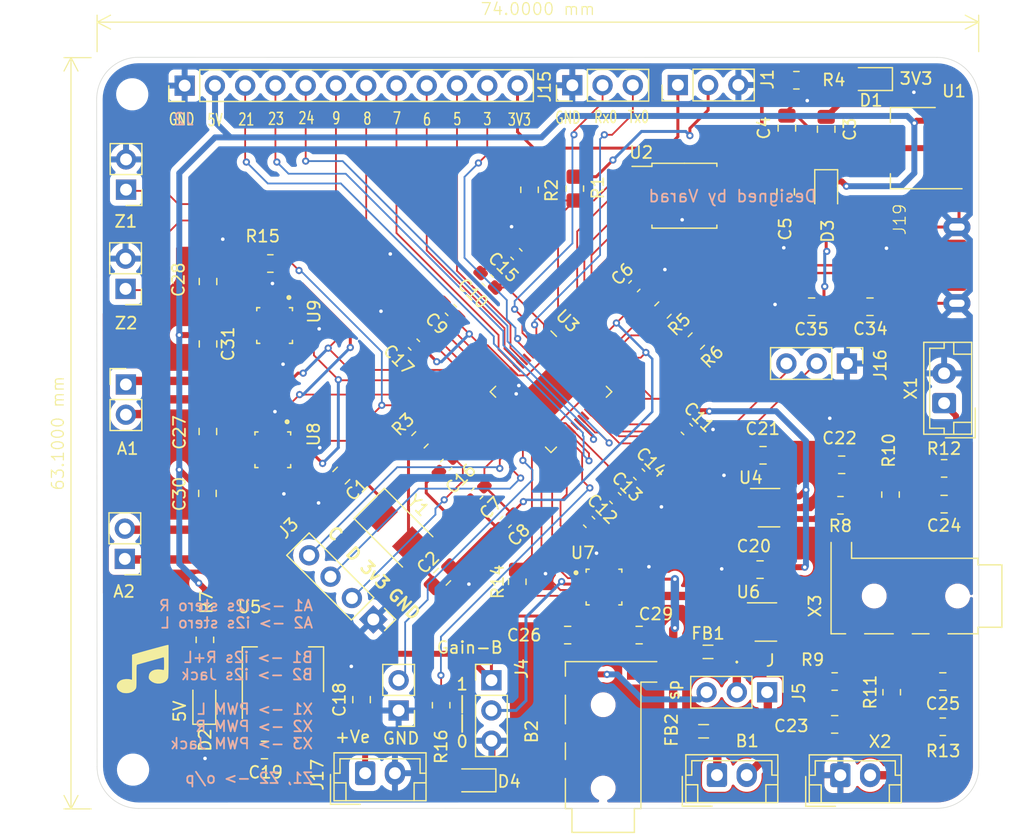
<source format=kicad_pcb>
(kicad_pcb (version 20240108) (generator "pcbnew") (generator_version "8.0")
  (layers (0 "F.Cu" signal) (31 "B.Cu" signal) (34 "B.Paste" user) (35 "F.Paste" user) (36 "B.SilkS" user "B.Silkscreen") (37 "F.SilkS" user "F.Silkscreen") (38 "B.Mask" user) (39 "F.Mask" user) (44 "Edge.Cuts" user))
  (net 0 "")
  (net 1 "GND")
  (net 2 "/mcu/xin")
  (net 3 "Net-(C2-Pad1)")
  (net 4 "+BATT")
  (net 5 "+3V3")
  (net 6 "Net-(U3-VREG_VOUT)")
  (net 7 "+5V")
  (net 8 "Net-(D1-A)")
  (net 9 "Net-(D2-A)")
  (net 10 "VBUS")
  (net 11 "/mcu/USB_BOOT")
  (net 12 "/mcu/USB_D+")
  (net 14 "/mcu/USB_D-")
  (net 15 "/mcu/swclk")
  (net 16 "/mcu/swd")
  (net 17 "Net-(J4-Pin_2)")
  (net 18 "/mcu/ADC0")
  (net 19 "/mcu/ADC3")
  (net 20 "/mcu/gp10")
  (net 21 "/mcu/gp11")
  (net 22 "/mcu/QSPI_SS")
  (net 23 "/mcu/xout")
  (net 24 "Net-(U3-USB_DP)")
  (net 25 "Net-(U3-USB_DM)")
  (net 26 "Net-(R8-Pad2)")
  (net 27 "Net-(R9-Pad2)")
  (net 28 "Net-(U7-~{SD_MODE})")
  (net 29 "Net-(U9-~{SD_MODE})")
  (net 30 "/mcu/run")
  (net 31 "/mcu/QSPI_SD1")
  (net 32 "/mcu/QSPI_CLK")
  (net 33 "/mcu/QSPI_SD2")
  (net 34 "/mcu/QSPI_SD3")
  (net 35 "/mcu/QSPI_SD0")
  (net 36 "/mcu/Din_2_14")
  (net 37 "/mcu/uart0_rx")
  (net 39 "/mcu/gp23")
  (net 40 "/mcu/LRCLK_1_18")
  (net 41 "/mcu/LRCLK_2_13")
  (net 42 "/mcu/BCLK_1_19")
  (net 43 "/mcu/ADC2")
  (net 44 "/mcu/Din_1_17")
  (net 45 "/mcu/SD_1_16")
  (net 46 "/mcu/gp24")
  (net 47 "/mcu/ADC1")
  (net 48 "/mcu/SD_2_15")
  (net 49 "/mcu/uart0_tx")
  (net 50 "/mcu/BCLK_2_12")
  (net 56 "Net-(C22-Pad1)")
  (net 57 "Net-(C23-Pad1)")
  (net 58 "/mcu/pwm_l")
  (net 59 "/mcu/pwm_r")
  (net 60 "Net-(J5-Pin_3)")
  (net 61 "/mcu/pcm_+ve")
  (net 62 "/mcu/gp20")
  (net 63 "/mcu/gp21")
  (net 66 "/mcu/gp25")
  (net 67 "Net-(J2-Pin_7)")
  (net 68 "Net-(J2-Pin_9)")
  (net 69 "Net-(J2-Pin_8)")
  (net 70 "Net-(J2-Pin_10)")
  (net 71 "Net-(J2-Pin_6)")
  (net 72 "Net-(J2-Pin_11)")
  (net 73 "Net-(D4-A)")
  (net 74 "Net-(A1-Pin_2)")
  (net 75 "Net-(A1-Pin_1)")
  (net 76 "Net-(A2-Pin_1)")
  (net 77 "Net-(A2-Pin_2)")
  (net 78 "Net-(B1-Pin_2)")
  (net 79 "Net-(B1-Pin_1)")
  (net 82 "Net-(U7-OUTP)")
  (net 83 "Net-(U7-OUTN)")
  (footprint "LED_SMD:LED_0805_2012Metric_Pad1.15x1.40mm_HandSolder" (layer "F.Cu") (at 145.4 78.8 180)
    (property "Reference" "D1")
    (property "Value" "LED" (hide yes))
  )
  (footprint "Capacitor_SMD:C_0805_2012Metric_Pad1.18x1.45mm_HandSolder" (layer "F.Cu") (at 89.8125 101.05 -90)
    (property "Reference" "C31")
    (property "Value" "0.1u" (hide yes))
  )
  (footprint "Connector_JST:JST_EH_B2B-EH-A_1x02_P2.50mm_Vertical" (layer "F.Cu") (at 132.53 137.26)
    (property "Reference" "B1")
    (property "Value" "Conn_01x02_Pin" (hide yes))
  )
  (footprint "Capacitor_SMD:C_0603_1608Metric_Pad1.08x0.95mm_HandSolder" (layer "F.Cu") (at 107.1 101.1 135)
    (property "Reference" "C17")
    (property "Value" "100n" (hide yes))
  )
  (footprint "Resistor_SMD:R_0805_2012Metric_Pad1.20x1.40mm_HandSolder" (layer "F.Cu") (at 109.38 131.39 -90)
    (property "Reference" "R16")
    (property "Value" "1k" (hide yes))
  )
  (footprint "Capacitor_SMD:C_0603_1608Metric_Pad1.08x0.95mm_HandSolder" (layer "F.Cu") (at 113.3 95.7 135)
    (property "Reference" "C10")
    (property "Value" "100n" (hide yes))
  )
  (footprint "Resistor_SMD:R_0805_2012Metric_Pad1.20x1.40mm_HandSolder" (layer "F.Cu") (at 128 98.2 -135)
    (property "Reference" "R5")
    (property "Value" "27.4" (hide yes))
  )
  (footprint "Resistor_SMD:R_0805_2012Metric_Pad1.20x1.40mm_HandSolder" (layer "F.Cu") (at 147.2 130.3 90)
    (property "Reference" "R11")
    (property "Value" "100" (hide yes))
  )
  (footprint "Diode_SMD:D_0805_2012Metric_Pad1.15x1.40mm_HandSolder" (layer "F.Cu") (at 141.7 88.275 -90)
    (property "Reference" "D3")
    (property "Value" "D" (hide yes))
  )
  (footprint "Inductor_SMD:L_0805_2012Metric_Pad1.05x1.20mm_HandSolder" (layer "F.Cu") (at 131.78 126.91)
    (property "Reference" "FB1")
    (property "Value" "FerriteBead_Small" (hide yes))
  )
  (footprint "Capacitor_SMD:C_0805_2012Metric_Pad1.18x1.45mm_HandSolder" (layer "F.Cu") (at 151.4875 129.4 180)
    (property "Reference" "C25")
    (property "Value" "47u" (hide yes))
  )
  (footprint "Resistor_SMD:R_0805_2012Metric_Pad1.20x1.40mm_HandSolder" (layer "F.Cu") (at 89.55 125.9 -90)
    (property "Reference" "R7")
    (property "Value" "1k" (hide yes))
  )
  (footprint "Connector_PinHeader_2.54mm:PinHeader_1x03_P2.54mm_Vertical" (layer "F.Cu") (at 129.25 79.3 90)
    (property "Reference" "J1")
    (property "Value" "Conn_01x03_Pin" (hide yes))
  )
  (footprint "Capacitor_SMD:C_0603_1608Metric_Pad1.08x0.95mm_HandSolder" (layer "F.Cu") (at 126 112 -45)
    (property "Reference" "C14")
    (property "Value" "100n" (hide yes))
  )
  (footprint "Capacitor_SMD:C_0805_2012Metric_Pad1.18x1.45mm_HandSolder" (layer "F.Cu") (at 89.8 108.4 90)
    (property "Reference" "C27")
    (property "Value" "10u" (hide yes))
  )
  (footprint "Connector_PinHeader_2.54mm:PinHeader_1x02_P2.54mm_Vertical" (layer "F.Cu") (at 105.81 131.835 180)
    (property "Reference" "J6" (hide yes))
    (property "Value" "Conn_01x02_Pin" (hide yes))
  )
  (footprint "MountingHole:MountingHole_2.2mm_M2" (layer "F.Cu") (at 83.52 136.8)
    (property "Reference" "H4" (hide yes))
    (property "Value" "MountingHole_Pad" (hide yes))
  )
  (footprint "Capacitor_SMD:C_0603_1608Metric_Pad1.08x0.95mm_HandSolder" (layer "F.Cu") (at 130 108.2 -45)
    (property "Reference" "C11")
    (property "Value" "1u" (hide yes))
  )
  (footprint "Capacitor_SMD:C_0805_2012Metric_Pad1.18x1.45mm_HandSolder" (layer "F.Cu") (at 142.4125 133 180)
    (property "Reference" "C23")
    (property "Value" "100n" (hide yes))
  )
  (footprint "Capacitor_SMD:C_0805_2012Metric_Pad1.18x1.45mm_HandSolder" (layer "F.Cu") (at 89.8125 95.8041 90)
    (property "Reference" "C28")
    (property "Value" "10u" (hide yes))
  )
  (footprint "Resistor_SMD:R_0805_2012Metric_Pad1.20x1.40mm_HandSolder" (layer "F.Cu") (at 139.2 78.9)
    (property "Reference" "R4")
    (property "Value" "1k" (hide yes))
  )
  (footprint "Resistor_SMD:R_0805_2012Metric_Pad1.20x1.40mm_HandSolder" (layer "F.Cu") (at 142.9 114.6 180)
    (property "Reference" "R8")
    (property "Value" "220" (hide yes))
  )
  (footprint "Resistor_SMD:R_0805_2012Metric_Pad1.20x1.40mm_HandSolder" (layer "F.Cu") (at 107.6 109.1 45)
    (property "Reference" "R3")
    (property "Value" "1k" (hide yes))
  )
  (footprint "LED_SMD:LED_0805_2012Metric_Pad1.15x1.40mm_HandSolder" (layer "F.Cu") (at 89.5025 131.1275 90)
    (property "Reference" "D2")
    (property "Value" "LED" (hide yes))
  )
  (footprint "Connector_PinHeader_2.54mm:PinHeader_1x12_P2.54mm_Vertical" (layer "F.Cu") (at 87.85 79.35 90)
    (property "Reference" "J2")
    (property "Value" "Conn_01x12_Pin" (hide yes))
  )
  (footprint "Resistor_SMD:R_0805_2012Metric_Pad1.20x1.40mm_HandSolder" (layer "F.Cu") (at 116.8 88.1 -90)
    (property "Reference" "R2")
    (property "Value" "DNF" (hide yes))
  )
  (footprint "Capacitor_SMD:C_0805_2012Metric_Pad1.18x1.45mm_HandSolder" (layer "F.Cu") (at 140.4775 97.92125 180)
    (property "Reference" "C35")
    (property "Value" "10u" (hide yes))
  )
  (footprint "lib:QFN50P300X300X80-17N" (layer "F.Cu") (at 123.05 121.465)
    (property "Reference" "U7")
    (property "Value" "MAX98357AETE_" (hide yes))
  )
  (footprint "Package_TO_SOT_SMD:SOT-23-5_HandSoldering" (layer "F.Cu") (at 136.64 124.4)
    (property "Reference" "U6")
    (property "Value" "74LVC1G125" (hide yes))
  )
  (footprint "Package_TO_SOT_SMD:SOT-223-3_TabPin2" (layer "F.Cu") (at 96.1 128.4 90)
    (property "Reference" "U5")
    (property "Value" "AMS1117-5.0" (hide yes))
  )
  (footprint "Resistor_SMD:R_0805_2012Metric_Pad1.20x1.40mm_HandSolder" (layer "F.Cu") (at 115.77 121.02 90)
    (property "Reference" "R14")
    (property "Value" "300k" (hide yes))
  )
  (footprint "Connector_PinHeader_2.54mm:PinHeader_1x02_P2.54mm_Vertical" (layer "F.Cu") (at 82.92 104.45)
    (property "Reference" "A1")
    (property "Value" "Conn_01x02_Pin" (hide yes))
  )
  (footprint "Connector_PinHeader_2.54mm:PinHeader_1x03_P2.54mm_Vertical" (layer "F.Cu") (at 136.74 130.3 -90)
    (property "Reference" "J5")
    (property "Value" "Conn_01x03_Pin" (hide yes))
  )
  (footprint "LED_SMD:LED_0805_2012Metric_Pad1.15x1.40mm_HandSolder" (layer "F.Cu") (at 112.115 137.7 180)
    (property "Reference" "D4")
    (property "Value" "LED" (hide yes))
  )
  (footprint "Connector_PinHeader_2.54mm:PinHeader_1x04_P2.54mm_Vertical" (layer "F.Cu") (at 103.687006 124.187006 -135)
    (property "Reference" "J3")
    (property "Value" "Conn_01x04_Pin" (hide yes))
  )
  (footprint "Capacitor_SMD:C_0805_2012Metric_Pad1.18x1.45mm_HandSolder" (layer "F.Cu") (at 102.7 130.92 90)
    (property "Reference" "C18")
    (property "Value" "10u" (hide yes))
  )
  (footprint "Resistor_SMD:R_0805_2012Metric_Pad1.20x1.40mm_HandSolder" (layer "F.Cu") (at 151.4875 133.2)
    (property "Reference" "R13")
    (property "Value" "1.8k" (hide yes))
  )
  (footprint "Capacitor_SMD:C_0805_2012Metric_Pad1.18x1.45mm_HandSolder" (layer "F.Cu") (at 145.3775 97.92125)
    (property "Reference" "C34")
    (property "Value" "100n" (hide yes))
  )
  (footprint "Resistor_SMD:R_0805_2012Metric_Pad1.20x1.40mm_HandSolder" (layer "F.Cu") (at 142.4125 129.4 180)
    (property "Reference" "R9")
    (property "Value" "220" (hide yes))
  )
  (footprint "Resistor_SMD:R_0805_2012Metric_Pad1.20x1.40mm_HandSolder" (layer "F.Cu") (at 130.8 100.8 -135)
    (property "Reference" "R6")
    (property "Value" "27.4" (hide yes))
  )
  (footprint "Capacitor_SMD:C_0805_2012Metric_Pad1.18x1.45mm_HandSolder" (layer "F.Cu") (at 138.4 82.9125 90)
    (property "Reference" "C4")
    (property "Value" "10u" (hide yes))
  )
  (footprint "Capacitor_SMD:C_0805_2012Metric_Pad1.18x1.45mm_HandSolder" (layer "F.Cu") (at 89.7625 113.6 -90)
    (property "Reference" "C30")
    (property "Value" "0.1u" (hide yes))
  )
  (footprint "Connector_Audio:Jack_3.5mm_KoreanHropartsElec_PJ-320D-4A_Horizontal" (layer "F.Cu") (at 147.98 122.22 180)
    (property "Reference" "X3")
    (property "Value" "AudioJack4" (hide yes))
  )
  (footprint "Connector_PinHeader_2.54mm:PinHeader_1x03_P2.54mm_Vertical" (layer "F.Cu") (at 113.6 129.29)
    (property "Reference" "J4")
    (property "Value" "Conn_01x03_Pin" (hide yes))
  )
  (footprint "MountingHole:MountingHole_2.2mm_M2" (layer "F.Cu") (at 83.45 80.08)
    (property "Reference" "H1" (hide yes))
    (property "Value" "MountingHole_Pad" (hide yes))
  )
  (footprint "Resistor_SMD:R_0805_2012Metric_Pad1.20x1.40mm_HandSolder" (layer "F.Cu") (at 147.1 113.7 -90)
    (property "Reference" "R10")
    (property "Value" "100" (hide yes))
  )
  (footprint "Connector_Audio:Jack_3.5mm_KoreanHropartsElec_PJ-320D-4A_Horizontal" (layer "F.Cu") (at 122.98 133.6 90)
    (property "Reference" "B2")
    (property "Value" "AudioJack4" (hide yes))
  )
  (footprint "Connector_JST:JST_EH_B2B-EH-A_1x02_P2.50mm_Vertical" (layer "F.Cu") (at 151.6 106.02 90)
    (property "Reference" "X1")
    (property "Value" "Conn_01x02_Pin" (hide yes))
  )
  (footprint "lib:QFN50P300X300X80-17N" (layer "F.Cu") (at 95.4 99.5 -90)
    (property "Reference" "U9")
    (property "Value" "MAX98357AETE_" (hide yes))
  )
  (footprint "lib:USB-B_varad" (layer "F.Cu") (at 158.06 94.459923 -90)
    (property "Reference" "J19")
    (property "Value" "USB3076-XX-X_REVC5" (hide yes))
  )
  (footprint "Capacitor_SMD:C_0805_2012Metric_Pad1.18x1.45mm_HandSolder" (layer "F.Cu") (at 138.3 88.275 -90)
    (property "Reference" "C5")
    (property "Value" "100n" (hide yes))
  )
  (footprint "Capacitor_SMD:C_0805_2012Metric_Pad1.18x1.45mm_HandSolder" (layer "F.Cu") (at 126 125.5)
    (property "Reference" "C29")
    (property "Value" "0.1u" (hide yes))
  )
  (footprint "Capacitor_SMD:C_0805_2012Metric_Pad1.18x1.45mm_HandSolder" (layer "F.Cu") (at 101 112.1 -135)
    (property "Reference" "C1")
    (property "Value" "100n" (hide yes))
  )
  (footprint "Capacitor_SMD:C_0805_2012Metric_Pad1.18x1.45mm_HandSolder" (layer "F.Cu") (at 143 111.2 180)
    (property "Reference" "C22")
    (property "Value" "100n" (hide yes))
  )
  (footprint "Package_TO_SOT_SMD:SOT-23-5_HandSoldering" (layer "F.Cu") (at 136.9 114.8)
    (property "Reference" "U4")
    (property "Value" "74LVC1G125" (hide yes))
  )
  (footprint "Connector_PinHeader_2.54mm:PinHeader_1x03_P2.54mm_Vertical" (layer "F.Cu") (at 143.44 102.69 -90)
    (property "Reference" "J16")
    (property "Value" "Conn_01x03_Pin" (hide yes))
  )
  (footprint "Capacitor_SMD:C_0805_2012Metric_Pad1.18x1.45mm_HandSolder" (layer "F.Cu") (at 136.15 120 180)
    (property "Reference" "C20")
    (property "Value" "10u" (hide yes))
  )
  (footprint "Capacitor_SMD:C_0805_2012Metric_Pad1.18x1.45mm_HandSolder" (layer "F.Cu") (at 109.47 120.6 45)
    (property "Reference" "C2")
    (property "Value" "100n" (hide yes))
  )
  (footprint "Capacitor_SMD:C_0603_1608Metric_Pad1.08x0.95mm_HandSolder" (layer "F.Cu") (at 124 114 -45)
    (property "Reference" "C13")
    (property "Value" "100n" (hide yes))
  )
  (footprint "Connector_JST:JST_EH_B2B-EH-A_1x02_P2.50mm_Vertical" (layer "F.Cu") (at 142.89 137.27)
    (property "Reference" "X2")
    (property "Value" "Conn_01x02_Pin" (hide yes))
  )
  (footprint "Capacitor_SMD:C_0603_1608Metric_Pad1.08x0.95mm_HandSolder" (layer "F.Cu") (at 115.7 93.5 135)
    (property "Reference" "C15")
    (property "Value" "100n" (hide yes))
  )
  (footprint "Capacitor_SMD:C_0603_1608Metric_Pad1.08x0.95mm_HandSolder" (layer "F.Cu") (at 121.8 116 -45)
    (property "Reference" "C12")
    (property "Value" "100n" (hide yes))
  )
  (footprint "Connector_PinHeader_2.54mm:PinHeader_1x02_P2.54mm_Vertical" (layer "F.Cu") (at 82.83 119.1 180)
    (property "Reference" "A2")
    (property "Value" "Conn_01x02_Pin" (hide yes))
  )
  (footprint "Capacitor_SMD:C_0603_1608Metric_Pad1.08x0.95mm_HandSolder" (layer "F.Cu") (at 109.8 111.2 -135)
    (property "Reference" "C16")
    (property "Value" "100n" (hide yes))
  )
  (footprint "Capacitor_SMD:C_0805_2012Metric_Pad1.18x1.45mm_HandSolder" (layer "F.Cu") (at 94.55 135.15 180)
    (property "Reference" "C19")
    (property "Value" "10u" (hide yes))
  )
  (footprint "Capacitor_SMD:C_0603_1608Metric_Pad1.08x0.95mm_HandSolder" (layer "F.Cu") (at 112.4 113.6 -135)
    (property "Reference" "C7")
    (property "Value" "1u" (hide yes))
  )
  (footprint "Connector_PinHeader_2.54mm:PinHeader_1x03_P2.54mm_Vertical" (layer "F.Cu") (at 120.39 79.32 90)
    (property "Reference" "J15")
    (property "Value" "Conn_01x03_Pin" (hide yes))
  )
  (footprint "lib:pic" (layer "F.Cu") (at 84.34 128.11)
    (property "Reference" "G***" (hide yes))
    (property "Value" "LOGO" (hide yes))
  )
  (footprint "Capacitor_SMD:C_0805_2012Metric_Pad1.18x1.45mm_HandSolder" (layer "F.Cu") (at 120 125.5 180)
    (property "Reference" "C26")
    (property "Value" "10u" (hide yes))
  )
  (footprint "Connector_PinHeader_2.54mm:PinHeader_1x02_P2.54mm_Vertical" (layer "F.Cu") (at 82.89 96.42 180)
    (property "Reference" "Z2")
    (property "Value" "Conn_01x02_Pin" (hide yes))
  )
  (footprint "Capacitor_SMD:C_0603_1608Metric_Pad1.08x0.95mm_HandSolder" (layer "F.Cu") (at 125.6 96.2 45)
    (property "Reference" "C6")
    (property "Value" "100n" (hide yes))
  )
  (footprint "Connector_JST:JST_EH_B2B-EH-A_1x02_P2.50mm_Vertical" (layer "F.Cu") (at 103 137.1)
    (property "Reference" "J17")
    (property "Value" "Conn_01x02_Pin" (hide yes))
  )
  (footprint "Resistor_SMD:R_0805_2012Metric_Pad1.20x1.40mm_HandSolder" (layer "F.Cu") (at 120.6 88 -90)
    (property "Reference" "R1")
    (property "Value" "1k" (hide yes))
  )
  (footprint "Resistor_SMD:R_0805_2012Metric_Pad1.20x1.40mm_HandSolder" (layer "F.Cu") (at 95.043402 94.2916)
    (property "Reference" "R15")
    (property "Value" "69.8k" (hide yes))
  )
  (footprint "Capacitor_SMD:C_0805_2012Metric_Pad1.18x1.45mm_HandSolder" (layer "F.Cu") (at 151.6 114.5 180)
    (property "Reference" "C24")
    (property "Value" "47u" (hide yes))
  )
  (footprint "lib:QFN50P300X300X80-17N" (layer "F.Cu") (at 95.25 109.935 -90)
    (property "Reference" "U8")
    (property "Value" "MAX98357AETE_" (hide yes))
  )
  (footprint "Resistor_SMD:R_0805_2012Metric_Pad1.20x1.40mm_HandSolder" (layer "F.Cu") (at 151.6 111.5)
    (property "Reference" "R12")
    (property "Value" "1.8k" (hide yes))
  )
  (footprint "Capacitor_SMD:C_0805_2012Metric_Pad1.18x1.45mm_HandSolder" (layer "F.Cu") (at 136.4 110.4 180)
    (property "Reference" "C21")
    (property "Value" "10u" (hide yes))
  )
  (footprint "Capacitor_SMD:C_0603_1608Metric_Pad1.08x0.95mm_HandSolder" (layer "F.Cu") (at 110.2 98.2 135)
    (property "Reference" "C9")
    (property "Value" "100n" (hide yes))
  )
  (footprint "Inductor_SMD:L_0805_2012Metric_Pad1.05x1.20mm_HandSolder" (layer "F.Cu") (at 131.41 133.58)
    (property "Reference" "FB2")
    (property "Value" "FerriteBead_Small" (hide yes))
  )
  (footprint "Package_DFN_QFN:QFN-56-1EP_7x7mm_P0.4mm_EP3.2x3.2mm" (layer "F.Cu") (at 118.6 105.0625 -45)
    (property "Reference" "U3")
    (property "Value" "RP2040" (hide yes))
  )
  (footprint "Package_SO:SOIC-8_5.23x5.23mm_P1.27mm" (layer "F.Cu") (at 129.8 88.6)
    (property "Reference" "U2")
    (property "Value" "W25Q128JVS" (hide yes))
  )
  (footprint "Capacitor_SMD:C_0603_1608Metric_Pad1.08x0.95mm_HandSolder" (layer "F.Cu") (at 114.8 116 -135)
    (property "Reference" "C8")
    (property "Value" "100n" (hide yes))
  )
  (footprint "Package_TO_SOT_SMD:SOT-223-3_TabPin2" (layer "F.Cu") (at 149 84.6 180)
    (property "Reference" "U1")
    (property "Value" "AMS1117-3.3" (hide yes))
  )
  (footprint "Capacitor_SMD:C_0805_2012Metric_Pad1.18x1.45mm_HandSolder" (layer "F.Cu") (at 141.7 83.0125 -90)
    (property "Reference" "C3")
    (property "Value" "10u" (hide yes))
  )
  (footprint "Connector_PinHeader_2.54mm:PinHeader_1x02_P2.54mm_Vertical" (layer "F.Cu") (at 82.93 88.09 180)
    (property "Reference" "Z1")
    (property "Value" "Conn_01x02_Pin" (hide yes))
  )
  (footprint "Crystal:Crystal_SMD_5032-2Pin_5.0x3.2mm" (layer "F.Cu") (at 105.5 116.6 -45)
    (property "Reference" "Y1")
    (property "Value" "Crystal" (hide yes))
  )
  (gr_arc (start 80.467973 80.472027) (mid 81.493693 77.99572) (end 83.97 76.97) (stroke (width 0.05)) (layer "Edge.Cuts"))
  (gr_arc (start 151.01 76.975946) (mid 153.486307 78.001666) (end 154.512027 80.477973) (stroke (width 0.05)) (layer "Edge.Cuts"))
  (gr_line (start 80.497973 136.557973) (end 80.467973 80.472027) (stroke (width 0.05)) (layer "Edge.Cuts"))
  (gr_line (start 83.97 76.97) (end 151.01 76.975946) (stroke (width 0.05)) (layer "Edge.Cuts"))
  (gr_line (start 154.512027 80.477973) (end 154.512027 136.547973) (stroke (width 0.05)) (layer "Edge.Cuts"))
  (gr_arc (start 84 140.06) (mid 81.523693 139.03428) (end 80.497973 136.557973) (stroke (width 0.05)) (layer "Edge.Cuts"))
  (gr_line (start 151.01 140.05) (end 84 140.06) (stroke (width 0.05)) (layer "Edge.Cuts"))
  (gr_arc (start 154.512027 136.547973) (mid 153.486307 139.02428) (end 151.01 140.05) (stroke (width 0.05)) (layer "Edge.Cuts"))
  (gr_text "Designed by Varad" (at 140.98 89.22 0) (layer "B.SilkS") (effects (font (size 1 1)) (justify left bottom mirror)))
  (gr_text "A1 -> i2s stero R\nA2 -> i2s stero L\n\nB1 -> i2s R+L\nB2 -> i2s Jack\n\nX1 -> PWM L\nX2 -> PWM R\nX3 -> PWM Jack\n\nZ1, Z2 -> o/p" (at 98.71 138.04 0) (layer "B.SilkS") (effects (font (size 0.9 0.9)) (justify left bottom mirror)))
  (gr_text "C" (at 99.61 116.94 315) (layer "F.SilkS") (effects (font (size 1 1) (thickness 0.2) (bold yes)) (justify left bottom)))
  (gr_text "GND" (at 104.68 122.13 315) (layer "F.SilkS") (effects (font (size 1 1) (thickness 0.2) (bold yes)) (justify left bottom)))
  (gr_text "Tx0\n" (at 124.98 82.57 0) (layer "F.SilkS") (effects (font (size 1 0.7) (thickness 0.125)) (justify left bottom)))
  (gr_text "1\n|\n|\n0" (at 110.57 135.04 0) (layer "F.SilkS") (effects (font (size 1 1)) (justify left bottom)))
  (gr_text "J" (at 136.54 128.22 0) (layer "F.SilkS") (effects (font (size 1 1)) (justify left bottom)))
  (gr_text "Rx0\n" (at 122.14 82.58 0) (layer "F.SilkS") (effects (font (size 1 0.7) (thickness 0.125)) (justify left bottom)))
  (gr_text "Gain-B" (at 108.92 127.13 0) (layer "F.SilkS") (effects (font (size 1 1)) (justify left bottom)))
  (gr_text "9" (at 100.16 82.68 0) (layer "F.SilkS") (effects (font (size 1 0.7) (thickness 0.125)) (justify left bottom)))
  (gr_text "GND" (at 86.45 82.76 0) (layer "F.SilkS") (effects (font (size 1 0.7) (thickness 0.125)) (justify left bottom)))
  (gr_text "GND" (at 118.87 82.63 0) (layer "F.SilkS") (effects (font (size 1 0.7) (thickness 0.125)) (justify left bottom)))
  (gr_text "24\n" (at 97.32 82.67 0) (layer "F.SilkS") (effects (font (size 1 0.7) (thickness 0.125)) (justify left bottom)))
  (gr_text "8" (at 102.77 82.71 0) (layer "F.SilkS") (effects (font (size 1 0.7) (thickness 0.125)) (justify left bottom)))
  (gr_text "3v3" (at 102.36 119.85 315) (layer "F.SilkS") (effects (font (size 1 1) (thickness 0.2) (bold yes)) (justify left bottom)))
  (gr_text "3V3" (at 114.9 82.79 0) (layer "F.SilkS") (effects (font (size 1 0.7) (thickness 0.125)) (justify left bottom)))
  (gr_text "D" (at 101.16 118.66 -45) (layer "F.SilkS") (effects (font (size 1 1) (thickness 0.2) (bold yes)) (justify left bottom)))
  (gr_text "5V" (at 88.02 132.91 90) (layer "F.SilkS") (effects (font (size 1 1)) (justify left bottom)))
  (gr_text "GND" (at 104.4 134.76 0) (layer "F.SilkS") (effects (font (size 1 1)) (justify left bottom)))
  (gr_text "5V" (at 89.69 82.83 0) (layer "F.SilkS") (effects (font (size 1 0.7) (thickness 0.125)) (justify left bottom)))
  (gr_text "sp" (at 129.45 131.07 90) (layer "F.SilkS") (effects (font (size 1 1)) (justify left bottom)))
  (gr_text "6" (at 107.78 82.78 0) (layer "F.SilkS") (effects (font (size 1 0.7) (thickness 0.125)) (justify left bottom)))
  (gr_text "3V3" (at 147.768488 79.341988 0) (layer "F.SilkS") (effects (font (size 1 1)) (justify left bottom)))
  (gr_text "23" (at 94.77 82.73 0) (layer "F.SilkS") (effects (font (size 1 0.7) (thickness 0.125)) (justify left bottom)))
  (gr_text "21" (at 92.28 82.78 0) (layer "F.SilkS") (effects (font (size 1 0.7) (thickness 0.125)) (justify left bottom)))
  (gr_text "." (at 133.86 127.94 0) (layer "F.SilkS") (effects (font (size 1 1)) (justify left bottom)))
  (gr_text "7" (at 105.25 82.69 0) (layer "F.SilkS") (effects (font (size 1 0.7) (thickness 0.125)) (justify left bottom)))
  (gr_text "5" (at 110.32 82.75 0) (layer "F.SilkS") (effects (font (size 1 0.7) (thickness 0.125)) (justify left bottom)))
  (gr_text "+Ve" (at 100.38 134.63 0) (layer "F.SilkS") (effects (font (size 1 1)) (justify left bottom)))
  (gr_text "3" (at 112.85 82.75 0) (layer "F.SilkS") (effects (font (size 1 0.7) (thickness 0.125)) (justify left bottom)))
  (dimension (type aligned) (layer "F.SilkS") (pts (xy 80.5 77) (xy 154.5 77)) (height -2.98) (gr_text "74.0000 mm" (at 117.5 72.92 0) (layer "F.SilkS") (effects (font (size 1 1) (thickness 0.1)))) (format (prefix "") (suffix "") (units 3) (units_format 1) (precision 4)) (style (thickness 0.1) (arrow_length 1.27) (text_position_mode 0) (extension_height 0.58642) (extension_offset 0.5) keep_text_aligned))
  (dimension (type aligned) (layer "F.SilkS") (pts (xy 80.5 140.1) (xy 80.5 77)) (height -2.19) (gr_text "63.1000 mm" (at 77.21 108.55 90) (layer "F.SilkS") (effects (font (size 1 1) (thickness 0.1)))) (format (prefix "") (suffix "") (units 3) (units_format 1) (precision 4)) (style (thickness 0.1) (arrow_length 1.27) (text_position_mode 0) (extension_height 0.58642) (extension_offset 0.5) keep_text_aligned))
  (segment (start 152.67 97.629923) (end 150.31 97.629923) (width 0.25) (layer "F.Cu") (net 1))
  (segment (start 146.76 93.01) (end 146.89 93.14) (width 0.25) (layer "F.Cu") (net 1))
  (segment (start 126.60988 112.60988) (end 124.60988 114.60988) (width 0.25) (layer "F.Cu") (net 1))
  (segment (start 126.20988 95.59012) (end 127.36988 95.59012) (width 0.15) (layer "F.Cu") (net 1))
  (segment (start 132.99 120) (end 132.93 119.94) (width 0.2) (layer "F.Cu") (net 1))
  (segment (start 147.95 78.8) (end 146.425 78.8) (width 0.25) (layer "F.Cu") (net 1))
  (segment (start 135.29 123.45) (end 135.29 120.1775) (width 0.2) (layer "F.Cu") (net 1))
  (segment (start 152.67 91.229923) (end 150.53 91.229923) (width 0.25) (layer "F.Cu") (net 1))
  (segment (start 150.53 91.229923) (end 150.12 90.819923) (width 0.25) (layer "F.Cu") (net 1))
  (segment (start 152.51 95.13) (end 149.71875 97.92125) (width 0.25) (layer "F.Cu") (net 1))
  (segment (start 126.2 90.505) (end 129.495 90.505) (width 0.15) (layer "F.Cu") (net 1))
  (segment (start 92.7625 135.9) (end 93.5125 135.15) (width 0.25) (layer "F.Cu") (net 1))
  (segment (start 135.29 120.1775) (end 135.1125 120) (width 0.2) (layer "F.Cu") (net 1))
  (segment (start 149.06 79.91) (end 147.95 78.8) (width 0.25) (layer "F.Cu") (net 1))
  (segment (start 127.36988 95.59012) (end 128.16 94.8) (width 0.15) (layer "F.Cu") (net 1))
  (segment (start 124.40988 114.60988) (end 124.60988 114.60988) (width 0.25) (layer "F.Cu") (net 1))
  (segment (start 111.79012 114.20988) (end 110.59 115.41) (width 0.25) (layer "F.Cu") (net 1))
  (segment (start 138.3 92.81) (end 138.3 89.3125) (width 0.25) (layer "F.Cu") (net 1))
  (segment (start 150.78 92.12) (end 152.51 93.85) (width 0.25) (layer "F.Cu") (net 1))
  (segment (start 152.15 88.13) (end 152.85 88.83) (width 0.25) (layer "F.Cu") (net 1))
  (segment (start 147.65 92.12) (end 150.78 92.12) (width 0.25) (layer "F.Cu") (net 1))
  (segment (start 131.62012 108.80988) (end 132.2 108.23) (width 0.25) (layer "F.Cu") (net 1))
  (segment (start 93.5125 135.15) (end 93.5125 131.8375) (width 0.25) (layer "F.Cu") (net 1))
  (segment (start 124.60988 114.60988) (end 127.74988 114.60988) (width 0.25) (layer "F.Cu") (net 1))
  (segment (start 122.40988 116.60988) (end 124.40988 114.60988) (width 0.25) (layer "F.Cu") (net 1))
  (segment (start 105.49 93.49) (end 109.59012 97.59012) (width 0.25) (layer "F.Cu") (net 1))
  (segment (start 110.356377 119.866377) (end 111.71 121.22) (width 0.25) (layer "F.Cu") (net 1))
  (segment (start 152.15 86.9) (end 152.15 88.13) (width 0.25) (layer "F.Cu") (net 1))
  (segment (start 116.14 104.54) (end 116.6625 105.0625) (width 0.15) (layer "F.Cu") (net 1))
  (segment (start 130.60988 108.80988) (end 131.62012 108.80988) (width 0.25) (layer "F.Cu") (net 1))
  (segment (start 115.09012 91.39988) (end 115.09012 92.89012) (width 0.25) (layer "F.Cu") (net 1))
  (segment (start 110.315 119.895) (end 113.60012 116.60988) (width 0.25) (layer "F.Cu") (net 1))
  (segment (start 115.29 91.2) (end 115.09012 91.39988) (width 0.25) (layer "F.Cu") (net 1))
  (segment (start 139.28 80.61) (end 140.11 80.61) (width 0.25) (layer "F.Cu") (net 1))
  (segment (start 122.8 119) (end 122.42 118.62) (width 0.15) (layer "F.Cu") (net 1))
  (segment (start 95.65 102.29) (end 96.11 102.75) (width 0.15) (layer "F.Cu") (net 1))
  (segment (start 138.4 81.49) (end 139.28 80.61) (width 0.25) (layer "F.Cu") (net 1))
  (segment (start 134.8 110.4) (end 133.12 112.08) (width 0.25) (layer "F.Cu") (net 1))
  (segment (start 96.18 113.64) (end 95.5 112.96) (width 0.15) (layer "F.Cu") (net 1))
  (segment (start 95.15 98.065) (end 95.15 96.04) (width 0.15) (layer "F.Cu") (net 1))
  (segment (start 106.49012 100.49012) (end 104.33 98.33) (width 0.25) (layer "F.Cu") (net 1))
  (segment (start 139.225 81.875) (end 140.19 82.84) (width 0.25) (layer "F.Cu") (net 1))
  (segment (start 108.13 112.71) (end 109.03012 111.80988) (width 0.25) (layer "F.Cu") (net 1))
  (segment (start 135.1125 120) (end 135.1125 116.1875) (width 0.2) (layer "F.Cu") (net 1))
  (segment (start 118.6 105.0625) (end 118.4225 105.24) (width 0.15) (layer "F.Cu") (net 1))
  (segment (start 89.56 135.86) (end 89.6 135.9) (width 0.25) (layer "F.Cu") (net 1))
  (segment (start 114.89012 92.89012) (end 115.09012 92.89012) (width 0.25) (layer "F.Cu") (net 1))
  (segment (start 93.5125 131.8375) (end 93.8 131.55) (width 0.25) (layer "F.Cu") (net 1))
  (segment (start 122.8 120.03) (end 122.8 119) (width 0.15) (layer "F.Cu") (net 1))
  (segment (start 140.19 83.27) (end 140.97 84.05) (width 0.25) (layer "F.Cu") (net 1))
  (segment (start 138.4 81.875) (end 139.225 81.875) (width 0.25) (layer "F.Cu") (net 1))
  (segment (start 137.5975 97.92125) (end 137.4075 97.73125) (width 0.25) (layer "F.Cu") (net 1))
  (segment (start 118.4225 105.24) (end 115.68 105.24) (width 0.15) (layer "F.Cu") (net 1))
  (segment (start 101.84 128.13) (end 101.84 128.7525) (width 0.25) (layer "F.Cu") (net 1))
  (segment (start 96.685 109.685) (end 99.115 109.685) (width 0.15) (layer "F.Cu") (net 1))
  (segment (start 138.14 92.97) (end 138.3 92.81) (width 0.25) (layer "F.Cu") (net 1))
  (segment (start 115.462214 106.786073) (end 117.185787 105.0625) (width 0.15) (layer "F.Cu") (net 1))
  (segment (start 89.56 135.86) (end 89.5025 135.8025) (width 0.25) (layer "F.Cu") (net 1))
  (segment (start 113.60012 116.60988) (end 114.19012 116.60988) (width 0.25) (layer "F.Cu") (net 1))
  (segment (start 138.4 81.875) (end 138.4 81.49) (width 0.25) (layer "F.Cu") (net 1))
  (segment (start 99.115 109.685) (end 99.19 109.76) (width 0.15) (layer "F.Cu") (net 1))
  (segment (start 113.86 134.63) (end 113.6 134.37) (width 0.15) (layer "F.Cu") (net 1))
  (segment (start 82.82 85.6) (end 82.78 85.64) (width 0.15) (layer "F.Cu") (net 1))
  (segment (start 99.14 99.78) (end 98.61 99.25) (width 0.15) (layer "F.Cu") (net 1))
  (segment (start 115.9 104.54) (end 116.14 104.54) (width 0.15) (layer "F.Cu") (net 1))
  (segment (start 140.19 82.84) (end 140.19 83.27) (width 0.25) (layer "F.Cu") (net 1))
  (segment (start 99.09 114.01) (end 99.09 114.4) (width 0.15) (layer "F.Cu") (net 1))
  (segment (start 135.3625 110.4) (end 134.8 110.4) (width 0.25) (layer "F.Cu") (net 1))
  (segment (start 146.89 93.14) (end 150.25 93.14) (width 0.25) (layer "F.Cu") (net 1))
  (segment (start 141.9625 107.3275) (end 141.9625 111.2) (width 0.25) (layer "F.Cu") (net 1))
  (segment (start 118.14 120.466347) (end 119.388653 121.715) (width 0.15) (layer "F.Cu") (net 1))
  (segment (start 135.1125 116.1875) (end 135.55 115.75) (width 0.2) (layer "F.Cu") (net 1))
  (segment (start 105.11 93.49) (end 105.49 93.49) (width 0.25) (layer "F.Cu") (net 1))
  (segment (start 95.65 100.935) (end 95.65 102.29) (width 0.15) (layer "F.Cu") (net 1))
  (segment (start 142 107.29) (end 141.9625 107.3275) (width 0.25) (layer "F.Cu") (net 1))
  (segment (start 109.03012 111.80988) (end 109.19012 111.80988) (width 0.25) (layer "F.Cu") (net 1))
  (segment (start 126.82 119.76) (end 125.365 121.215) (width 0.15) (layer "F.Cu") (net 1))
  (segment (start 152.85 88.83) (end 152.85 90.93) (width 0.25) (layer "F.Cu") (net 1))
  (segment (start 113.86 136.98) (end 113.86 134.63) (width 0.15) (layer "F.Cu") (net 1))
  (segment (start 140.97 84.05) (end 141.7 84.05) (width 0.25) (layer "F.Cu") (net 1))
  (segment (start 117.185787 105.0625) (end 118.6 105.0625) (width 0.15) (layer "F.Cu") (net 1))
  (segment (start 127.74988 114.60988) (end 127.87 114.73) (width 0.25) (layer "F.Cu") (net 1))
  (segment (start 139.44 97.92125) (end 137.5975 97.92125) (width 0.25) (layer "F.Cu") (net 1))
  (segment (start 111.79012 114.20988) (end 114.19012 116.60988) (width 0.25) (layer "F.Cu") (net 1))
  (segment (start 118.6 105.0625) (end 120.1625 105.0625) (width 0.15) (layer "F.Cu") (net 1))
  (segment (start 100.266377 112.833623) (end 99.09 114.01) (width 0.15) (layer "F.Cu") (net 1))
  (segment (start 95.15 96.04) (end 95.22 95.97) (width 0.15) (layer "F.Cu") (net 1))
  (segment (start 95 107.161754) (end 95 108.5) (width 0.15) (layer "F.Cu") (net 1))
  (segment (start 89.6 135.9) (end 92.7625 135.9) (width 0.25) (layer "F.Cu") (net 1))
  (segment (start 119.388653 121.715) (end 121.615 121.715) (width 0.15) (layer "F.Cu") (net 1))
  (segment (start 112.69012 95.09012) (end 114.89012 92.89012) (width 0.25) (layer "F.Cu") (net 1))
  (segment (start 113.14 137.7) (end 113.86 136.98) (width 0.15) (layer "F.Cu") (net 1))
  (segment (start 98.61 99.25) (end 96.835 99.25) (width 0.15) (layer "F.Cu") (net 1))
  (segment (start 146.76 93.01) (end 147.65 92.12) (width 0.25) (layer "F.Cu") (net 1))
  (segment (start 101.84 128.7525) (end 102.95 129.8625) (width 0.25) (layer "F.Cu") (net 1))
  (segment (start 150.31 97.629923) (end 150.07 97.869923) (width 0.25) (layer "F.Cu") (net 1))
  (segment (start 89.8125 94.7666) (end 89.8125 93.4875) (width 0.15) (layer "F.Cu") (net 1))
  (segment (start 104.33 98.33) (end 104.33 98.3) (width 0.25) (layer "F.Cu") (net 1))
  (segment (start 135.1125 120) (end 132.99 120) (width 0.2) (layer "F.Cu") (net 1))
  (segment (start 89.8125 93.4875) (end 91.05 92.25) (width 0.15) (layer "F.Cu") (net 1))
  (segment (start 125.365 121.215) (end 124.485 121.215) (width 0.15) (layer "F.Cu") (net 1))
  (segment (start 89.5025 135.8025) (end 89.5025 132.1525) (width 0.25) (layer "F.Cu") (net 1))
  (segment (start 118.14 120.34) (end 118.14 120.466347) (width 0.15) (layer "F.Cu") (net 1))
  (segment (start 110.59 115.41) (end 109.98 115.41) (width 0.25) (layer "F.Cu") (net 1))
  (segment (start 109.98 115.41) (end 108.13 113.56) (width 0.25) (layer "F.Cu") (net 1))
  (segment (start 95.5 112.96) (end 95.5 111.37) (width 0.15) (layer "F.Cu") (net 1))
  (segment (start 108.13 113.56) (end 108.13 112.71) (width 0.25) (layer "F.Cu") (net 1))
  (segment (start 152.51 93.85) (end 152.51 95.13) (width 0.25) (layer "F.Cu") (net 1))
  (segment (start 129.495 90.505) (end 129.61 90.62) (width 0.15) (layer "F.Cu") (net 1))
  (segment (start 149.71875 97.92125) (end 146.415 97.92125) (width 0.25) (layer "F.Cu") (net 1))
  (segment (start 95.428938 106.732816) (end 95 107.161754) (width 0.15) (layer "F.Cu") (net 1))
  (segment (start 116.6625 105.0625) (end 118.6 105.0625) (width 0.15) (layer "F.Cu") (net 1))
  (via (at 132.2 108.23) (size 0.6) (drill 0.3) (layers "F.Cu" "B.Cu") (net 1))
  (via (at 138.14 92.97) (size 0.6) (drill 0.3) (layers "F.Cu" "B.Cu") (net 1))
  (via (at 96.18 113.64) (size 0.6) (drill 0.3) (layers "F.Cu" "B.Cu") (net 1))
  (via (at 105.11 93.49) (size 0.6) (drill 0.3) (layers "F.Cu" "B.Cu") (net 1))
  (via (at 99.14 99.78) (size 0.6) (drill 0.3) (layers "F.Cu" "B.Cu") (net 1))
  (via (at 146.76 93.01) (size 0.6) (drill 0.3) (layers "F.Cu" "B.Cu") (net 1))
  (via (at 142 107.29) (size 0.6) (drill 0.3) (layers "F.Cu" "B.Cu") (net 1))
  (via (at 91.05 92.25) (size 0.6) (drill 0.3) (layers "F.Cu" "B.Cu") (net 1))
  (via (at 99.09 114.4) (size 0.6) (drill 0.3) (layers "F.Cu" "B.Cu") (net 1))
  (via (at 128.16 94.8) (size 0.6) (drill 0.3) (layers "F.Cu" "B.Cu") (net 1))
  (via (at 118.14 120.34) (size 0.6) (drill 0.3) (layers "F.Cu" "B.Cu") (net 1))
  (via (at 115.68 105.24) (size 0.6) (drill 0.3) (layers "F.Cu" "B.Cu") (net 1))
  (via (at 95.22 95.97) (size 0.6) (drill 0.3) (layers "F.Cu" "B.Cu") (net 1))
  (via (at 96.11 102.75) (size 0.6) (drill 0.3) (layers "F.Cu" "B.Cu") (net 1))
  (via (at 115.29 91.2) (size 0.6) (drill 0.3) (layers "F.Cu" "B.Cu") (net 1))
  (via (at 122.42 118.62) (size 0.6) (drill 0.3) (layers "F.Cu" "B.Cu") (net 1))
  (via (at 132.93 119.94) (size 0.6) (drill 0.3) (layers "F.Cu" "B.Cu") (net 1))
  (via (at 126.82 119.76) (size 0.6) (drill 0.3) (layers "F.Cu" "B.Cu") (net 1))
  (via (at 89.56 135.86) (size 0.6) (drill 0.3) (layers "F.Cu" "B.Cu") (net 1))
  (via (at 99.19 109.76) (size 0.6) (drill 0.3) (layers "F.Cu" "B.Cu") (net 1))
  (via (at 140.11 80.61) (size 0.6) (drill 0.3) (layers "F.Cu" "B.Cu") (net 1))
  (via (at 137.4075 97.73125) (size 0.6) (drill 0.3) (layers "F.Cu" "B.Cu") (net 1))
  (via (at 133.12 112.08) (size 0.6) (drill 0.3) (layers "F.Cu" "B.Cu") (net 1))
  (via (at 101.84 128.13) (size 0.6) (drill 0.3) (layers "F.Cu" "B.Cu") (net 1))
  (via (at 127.87 114.73) (size 0.6) (drill 0.3) (layers "F.Cu" "B.Cu") (net 1))
  (via (at 149.06 79.91) (size 0.6) (drill 0.3) (layers "F.Cu" "B.Cu") (net 1))
  (via (at 104.33 98.3) (size 0.6) (drill 0.3) (layers "F.Cu" "B.Cu") (net 1))
  (via (at 111.71 121.22) (size 0.6) (drill 0.3) (layers "F.Cu" "B.Cu") (net 1))
  (via (at 129.61 90.62) (size 0.6) (drill 0.3) (layers "F.Cu" "B.Cu") (net 1))
  (via (at 95.428938 106.732816) (size 0.6) (drill 0.3) (layers "F.Cu" "B.Cu") (net 1))
  (via (at 115.9 104.54) (size 0.6) (drill 0.3) (layers "F.Cu" "B.Cu") (net 1))
  (segment (start 106.2 106.9) (end 101.733623 111.366377) (width 0.15) (layer "F.Cu") (net 2))
  (segment (start 104.191852 113.824606) (end 101.733623 111.366377) (width 0.25) (layer "F.Cu") (net 2))
  (segment (start 104.191852 115.291852) (end 104.191852 113.824606) (width 0.25) (layer "F.Cu") (net 2))
  (segment (start 110.297487 108.3) (end 108.897487 106.9) (width 0.15) (layer "F.Cu") (net 2))
  (segment (start 114.513971 108.3) (end 110.297487 108.3) (width 0.15) (layer "F.Cu") (net 2))
  (segment (start 115.745056 107.068915) (end 114.513971 108.3) (width 0.15) (layer "F.Cu") (net 2))
  (segment (start 108.897487 106.9) (end 106.2 106.9) (width 0.15) (layer "F.Cu") (net 2))
  (segment (start 106.64 117.74) (end 106.808148 117.908148) (width 0.25) (layer "F.Cu") (net 3))
  (segment (start 106.64 110.06) (end 106.64 117.74) (width 0.25) (layer "F.Cu") (net 3))
  (segment (start 106.808148 117.908148) (end 106.808148 118.908148) (width 0.25) (layer "F.Cu") (net 3))
  (segment (start 106.892893 109.807107) (end 106.64 110.06) (width 0.25) (layer "F.Cu") (net 3))
  (segment (start 108.736377 120.766377) (end 108.736377 121.333623) (width 0.25) (layer "F.Cu") (net 3))
  (segment (start 106.078148 118.108148) (end 108.736377 120.766377) (width 0.25) (layer "F.Cu") (net 3))
  (segment (start 102.2925 131.55) (end 103 132.2575) (width 0.5) (layer "F.Cu") (net 4))
  (segment (start 98.4 131.55) (end 102.2925 131.55) (width 0.5) (layer "F.Cu") (net 4))
  (segment (start 103 132.2575) (end 103 137.1) (width 0.5) (layer "F.Cu") (net 4))
  (segment (start 111.2 112.575) (end 111.2 111.38024) (width 0.15) (layer "F.Cu") (net 5))
  (segment (start 116.598576 103.691424) (end 118.7 101.59) (width 0.15) (layer "F.Cu") (net 5))
  (segment (start 124.219702 104.470298) (end 124.65 104.04) (width 0.15) (layer "F.Cu") (net 5))
  (segment (start 137.95 120.7625) (end 137.95 123.5) (width 0.5) (layer "F.Cu") (net 5))
  (segment (start 145.85 84.6) (end 144.7 84.6) (width 0.5) (layer "F.Cu") (net 5))
  (segment (start 122.586314 104.187455) (end 122.586314 104.313686) (width 0.15) (layer "F.Cu") (net 5))
  (segment (start 120.26 103.5) (end 118.7 101.94) (width 0.15) (layer "F.Cu") (net 5))
  (segment (start 122.586314 104.313686) (end 121.45 105.45) (width 0.15) (layer "F.Cu") (net 5))
  (segment (start 116.7 84.6) (end 116.51 84.6) (width 0.25) (layer "F.Cu") (net 5))
  (segment (start 127.8 105.654702) (end 127.854702 105.654702) (width 0.15) (layer "F.Cu") (net 5))
  (segment (start 113.964455 96.30988) (end 114.90988 96.30988) (width 0.15) (layer "F.Cu") (net 5))
  (segment (start 113.273287 101.15) (end 115.462214 103.338927) (width 0.15) (layer "F.Cu") (net 5))
  (segment (start 138.6 111.5625) (end 138.6 113.5) (width 0.5) (layer "F.Cu") (net 5))
  (segment (start 144.7 84.6) (end 143.6 85.7) (width 0.5) (layer "F.Cu") (net 5))
  (segment (start 125.39012 111.39012) (end 123.39012 113.39012) (width 0.15) (layer "F.Cu") (net 5))
  (segment (start 121.172101 102.773242) (end 121.454944 103.056085) (width 0.15) (layer "F.Cu") (net 5))
  (segment (start 115.462214 103.338927) (end 115.814711 103.691424) (width 0.15) (layer "F.Cu") (net 5))
  (segment (start 121.53 105.37) (end 121.53 104.77) (width 0.15) (layer "F.Cu") (net 5))
  (segment (start 138.3 87.2375) (end 137.9375 87.2375) (width 0.3) (layer "F.Cu") (net 5))
  (segment (start 127.854702 105.654702) (end 129.39012 107.19012) (width 0.15) (layer "F.Cu") (net 5))
  (segment (start 118.7 101.59) (end 118.7 101.485545) (width 0.15) (layer "F.Cu") (net 5))
  (segment (start 136.8 78.9) (end 138.2 78.9) (width 0.3) (layer "F.Cu") (net 5))
  (segment (start 137.25 83.95) (end 136.3 83) (width 0.3) (layer "F.Cu") (net 5))
  (segment (start 121.454944 103.056085) (end 121.011029 103.5) (width 0.15) (layer "F.Cu") (net 5))
  (segment (start 112.68 101.15) (end 113.273287 101.15) (width 0.15) (layer "F.Cu") (net 5))
  (segment (start 110.70988 99.17988) (end 112.68 101.15) (width 0.15) (layer "F.Cu") (net 5))
  (segment (start 118.9 108) (end 119.2 107.7) (width 0.15) (layer "F.Cu") (net 5))
  (segment (start 137.395 86.695) (end 133.4 86.695) (width 0.3) (layer "F.Cu") (net 5))
  (segment (start 137.3875 119.8) (end 137.1875 120) (width 0.5) (layer "F.Cu") (net 5))
  (segment (start 115.79 83.24) (end 115.79 79.35) (width 0.25) (layer "F.Cu") (net 5))
  (segment (start 108.17988 101.70988) (end 107.70988 101.70988) (width 0.25) (layer "F.Cu") (net 5))
  (segment (start 124.7 103.2) (end 124.4 102.9) (width 0.15) (layer "F.Cu") (net 5))
  (segment (start 138 86.9375) (end 138.3 87.2375) (width 0.3) (layer "F.Cu") (net 5))
  (segment (start 123.873769 102.9) (end 122.586314 104.187455) (width 0.15) (layer "F.Cu") (net 5))
  (segment (start 115 85.97) (end 116.37 84.6) (width 0.25) (layer "F.Cu") (net 5))
  (segment (start 116.37 84.6) (end 116.7 84.6) (width 0.25) (layer "F.Cu") (net 5))
  (segment (start 119.2 107.7) (end 121.45 105.45) (width 0.15) (layer "F.Cu") (net 5))
  (segment (start 114.10988 96.30988) (end 113.90988 96.30988) (width 0.25) (layer "F.Cu") (net 5))
  (segment (start 137.95 123.5) (end 138 123.55) (width 0.5) (layer "F.Cu") (net 5))
  (segment (start 118.2 108) (end 118.9 108) (width 0.15) (layer "F.Cu") (net 5))
  (segment (start 121.53 104.77) (end 120.26 103.5) (width 0.15) (layer "F.Cu") (net 5))
  (segment (start 129.39012 107.19012) (end 129.39012 107.39012) (width 0.15) (layer "F.Cu") (net 5))
  (segment (start 138.6 113.5) (end 138.25 113.85) (width 0.5) (layer "F.Cu") (net 5))
  (segment (start 111.2 111.38024) (end 110.40988 110.59012) (width 0.15) (layer "F.Cu") (net 5))
  (segment (start 138.4 83.95) (end 138 84.35) (width 0.3) (layer "F.Cu") (net 5))
  (segment (start 127.154702 105.654702) (end 124.7 103.2) (width 0.15) (layer "F.Cu") (net 5))
  (segment (start 115 88.7) (end 115 85.97) (width 0.25) (layer "F.Cu") (net 5))
  (segment (start 122.869157 104.470298) (end 124.219702 104.470298) (width 0.15) (layer "F.Cu") (net 5))
  (segment (start 139.45 113.85) (end 140 113.3) (width 0.5) (layer "F.Cu") (net 5))
  (segment (start 118.7 101.94) (end 118.7 101.485545) (width 0.15) (layer "F.Cu") (net 5))
  (segment (start 123.39012 111.266833) (end 120.323573 108.200286) (width 0.15) (layer "F.Cu") (net 5))
  (segment (start 129 84.6) (end 129.8 85.4) (width 0.25) (layer "F.Cu") (net 5))
  (segment (start 137.4375 110.4) (end 138.6 111.5625) (width 0.5) (layer "F.Cu") (net 5))
  (segment (start 124.65 104.04) (end 124.65 103.15) (width 0.15) (layer "F.Cu") (net 5))
  (segment (start 123.39012 113.39012) (end 123.39012 111.266833) (width 0.15) (layer "F.Cu") (net 5))
  (segment (start 129.8 86.3) (end 130.195 86.695) (width 0.25) (layer "F.Cu") (net 5))
  (segment (start 117.15 84.6) (end 115.79 83.24) (width 0.25) (layer "F.Cu") (net 5))
  (segment (start 128.29 84.6) (end 129.25 83.64) (width 0.25) (layer "F.Cu") (net 5))
  (segment (start 117.3 107.1) (end 118.2 108) (width 0.15) (layer "F.Cu") (net 5))
  (segment (start 127.8 105.654702) (end 127.154702 105.654702) (width 0.15) (layer "F.Cu") (net 5))
  (segment (start 115.814711 103.691424) (end 116.598576 103.691424) (width 0.15) (layer "F.Cu") (net 5))
  (segment (start 130.28024 106.7) (end 129.39012 107.59012) (width 0.5) (layer "F.Cu") (net 5))
  (segment (start 116.845343 107.1) (end 117.3 107.1) (width 0.15) (layer "F.Cu") (net 5))
  (segment (start 124.4 102.9) (end 123.873769 102.9) (width 0.15) (layer "F.Cu") (net 5))
  (segment (start 121.45 105.45) (end 121.53 105.37) (width 0.15) (layer "F.Cu") (net 5))
  (segment (start 110.40988 110.59012) (end 113.355223 110.59012) (width 0.15) (layer "F.Cu") (net 5))
  (segment (start 136.3 83) (end 136.3 79.4) (width 0.3) (layer "F.Cu") (net 5))
  (segment (start 118.007798 99.407798) (end 118.007798 100.793343) (width 0.15) (layer "F.Cu") (net 5))
  (segment (start 121.39012 115.39012) (end 121.19012 115.39012) (width 0.2) (layer "F.Cu") (net 5))
  (segment (start 115.4 89.1) (end 115 88.7) (width 0.25) (layer "F.Cu") (net 5))
  (segment (start 143.6 85.7) (end 139.8375 85.7) (width 0.5) (layer "F.Cu") (net 5))
  (segment (start 114.90988 96.30988) (end 118.007798 99.407798) (width 0.15) (layer "F.Cu") (net 5))
  (segment (start 109.01 102.54) (end 108.17988 101.70988) (width 0.25) (layer "F.Cu") (net 5))
  (segment (start 116.30988 94.10988) (end 114.10988 96.30988) (width 0.25) (layer "F.Cu") (net 5))
  (segment (start 139.9 119.8) (end 137.3875 119.8) (width 0.5) (layer "F.Cu") (net 5))
  (segment (start 122.869157 105.654702) (end 127.8 105.654702) (width 0.15) (layer "F.Cu") (net 5))
  (segment (start 138.4 83.95) (end 137.25 83.95) (width 0.3) (layer "F.Cu") (net 5))
  (segment (start 129.8 85.4) (end 129.8 86.3) (width 0.25) (layer "F.Cu") (net 5))
  (segment (start 118.69 84.6) (end 128.29 84.6) (width 0.25) (layer "F.Cu") (net 5))
  (segment (start 136.3 79.4) (end 136.8 78.9) (width 0.3) (layer "F.Cu") (net 5))
  (segment (start 137.1875 120) (end 137.95 120.7625) (width 0.5) (layer "F.Cu") (net 5))
  (segment (start 109.6375 114.1375) (end 111.2 112.575) (width 0.15) (layer "F.Cu") (net 5))
  (segment (start 113.355223 110.59012) (end 116.310742 107.634601) (width 0.15) (layer "F.Cu") (net 5))
  (segment (start 138.25 113.85) (end 139.45 113.85) (width 0.5) (layer "F.Cu") (net 5))
  (segment (start 131.9 106.7) (end 130.28024 106.7) (width 0.5) (layer "F.Cu") (net 5))
  (segment (start 119.2 107.7) (end 119.823287 107.7) (width 0.15) (layer "F.Cu") (net 5))
  (segment (start 110.70988 98.90988) (end 110.70988 99.17988) (width 0.15) (layer "F.Cu") (net 5))
  (segment (start 121.011029 103.5) (end 120.26 103.5) (width 0.15) (layer "F.Cu") (net 5))
  (segment (start 129.25 83.64) (end 129.25 79.3) (width 0.25) (layer "F.Cu") (net 5))
  (segment (start 118.7 101.485545) (end 118.007798 100.793343) (width 0.15) (layer "F.Cu") (net 5))
  (segment (start 137.9375 87.2375) (end 137.395 86.695) (width 0.3) (layer "F.Cu") (net 5))
  (segment (start 123.39012 113.39012) (end 121.39012 115.39012) (width 0.2) (layer "F.Cu") (net 5))
  (segment (start 138 84.35) (end 138 86.9375) (width 0.3) (layer "F.Cu") (net 5))
  (segment (start 139.8375 85.7) (end 138.3 87.2375) (width 0.5) (layer "F.Cu") (net 5))
  (segment (start 116.8 89.1) (end 116.8 93.61976) (width 0.25) (layer "F.Cu") (net 5))
  (segment (start 128.29 84.6) (end 129 84.6) (width 0.25) (layer "F.Cu") (net 5))
  (segment (start 116.310742 107.634601) (end 116.845343 107.1) (width 0.15) (layer "F.Cu") (net 5))
  (segment (start 130.195 86.695) (end 133.4 86.695) (width 0.25) (layer "F.Cu") (net 5))
  (segment (start 116.8 89.1) (end 115.4 89.1) (width 0.25) (layer "F.Cu") (net 5))
  (segment (start 119.823287 107.7) (end 120.323573 108.200286) (width 0.15) (layer "F.Cu") (net 5))
  (segment (start 116.8 93.61976) (end 116.30988 94.10988) (width 0.25) (layer "F.Cu") (net 5))
  (segment (start 145.85 84.6) (end 152.15 84.6) (width 0.5) (layer "F.Cu") (net 5))
  (segment (start 116.7 84.6) (end 118.69 84.6) (width 0.25) (layer "F.Cu") (net 5))
  (via (at 140 113.3) (size 0.6) (drill 0.3) (layers "F.Cu" "B.Cu") (net 5))
  (via (at 109.6375 114.1375) (size 0.6) (drill 0.3) (layers "F.Cu" "B.Cu") (net 5))
  (via (at 131.9 106.7) (size 0.6) (drill 0.3) (layers "F.Cu" "B.Cu") (net 5))
  (via (at 139.9 119.8) (size 0.6) (drill 0.3) (layers "F.Cu" "B.Cu") (net 5))
  (via (at 111.74 100.21) (size 0.6) (drill 0.3) (layers "F.Cu" "B.Cu") (net 5))
  (via (at 109.01 102.54) (size 0.6) (drill 0.3) (layers "F.Cu" "B.Cu") (net 5))
  (segment (start 109.6375 114.1375) (end 108.9 114.875) (width 0.15) (layer "B.Cu") (net 5))
  (segment (start 108.9 114.875) (end 108.9 115.38191) (width 0.15) (layer "B.Cu") (net 5))
  (segment (start 140 113.3) (end 140 119.7) (width 0.5) (layer "B.Cu") (net 5))
  (segment (start 140 109.2) (end 137.5 106.7) (width 0.5) (layer "B.Cu") (net 5))
  (segment (start 137.5 106.7) (end 131.9 106.7) (width 0.5) (layer "B.Cu") (net 5))
  (segment (start 109.41 102.54) (end 109.01 102.54) (width 0.25) (layer "B.Cu") (net 5))
  (segment (start 140 113.3) (end 140 109.2) (width 0.5) (layer "B.Cu") (net 5))
  (segment (start 108.9 115.38191) (end 101.890955 122.390955) (width 0.15) (layer "B.Cu") (net 5))
  (segment (start 111.74 100.21) (end 109.41 102.54) (width 0.25) (layer "B.Cu") (net 5))
  (segment (start 140 119.7) (end 139.9 119.8) (width 0.5) (layer "B.Cu") (net 5))
  (segment (start 115.40988 115.16012) (end 115.40988 115.39012) (width 0.2) (layer "F.Cu") (net 6))
  (segment (start 124.089828 99.289828) (end 120.889258 102.490398) (width 0.15) (layer "F.Cu") (net 6))
  (segment (start 115.40988 115.39012) (end 113.00988 112.99012) (width 0.2) (layer "F.Cu") (net 6))
  (segment (start 113.00988 111.501149) (end 113.00988 112.99012) (width 0.15) (layer "F.Cu") (net 6))
  (segment (start 122.303472 103.904613) (end 124.008085 102.2) (width 0.15) (layer "F.Cu") (net 6))
  (segment (start 124.99012 98.369777) (end 124.99012 96.80988) (width 0.15) (layer "F.Cu") (net 6))
  (segment (start 116.28 114.29) (end 115.40988 115.16012) (width 0.2) (layer "F.Cu") (net 6))
  (segment (start 125 98.379657) (end 124.99012 98.369777) (width 0.15) (layer "F.Cu") (net 6))
  (segment (start 126.13 102.2) (end 126.565 101.765) (width 0.15) (layer "F.Cu") (net 6))
  (segment (start 116.593585 107.917444) (end 113.00988 111.501149) (width 0.15) (layer "F.Cu") (net 6))
  (segment (start 124.008085 102.2) (end 126.13 102.2) (width 0.15) (layer "F.Cu") (net 6))
  (segment (start 125 98.379657) (end 124.089828 99.289828) (width 0.15) (layer "F.Cu") (net 6))
  (segment (start 120.889258 102.490398) (end 120.889258 102.490399) (width 0.15) (layer "F.Cu") (net 6))
  (via (at 126.565 101.765) (size 0.6) (drill 0.3) (layers "F.Cu" "B.Cu") (net 6))
  (via (at 116.28 114.29) (size 0.6) (drill 0.3) (layers "F.Cu" "B.Cu") (net 6))
  (via (at 124.089828 99.289828) (size 0.6) (drill 0.3) (layers "F.Cu" "B.Cu") (net 6))
  (segment (start 116.43 114.14) (end 119.71 114.14) (width 0.2) (layer "B.Cu") (net 6))
  (segment (start 119.71 114.14) (end 127.1 106.75) (width 0.2) (layer "B.Cu") (net 6))
  (segment (start 116.28 114.29) (end 116.43 114.14) (width 0.2) (layer "B.Cu") (net 6))
  (segment (start 127.1 102.3) (end 126.565 101.765) (width 0.2) (layer "B.Cu") (net 6))
  (segment (start 126.565 101.765) (end 124.089828 99.289828) (width 0.2) (layer "B.Cu") (net 6))
  (segment (start 127.1 106.75) (end 127.1 102.3) (width 0.2) (layer "B.Cu") (net 6))
  (segment (start 152.15 82.3) (end 150.75 80.9) (width 0.5) (layer "F.Cu") (net 7))
  (segment (start 93.815 110.685) (end 91.64 110.685) (width 0.25) (layer "F.Cu") (net 7))
  (segment (start 142.775 80.9) (end 141.7 81.975) (width 0.5) (layer "F.Cu") (net 7))
  (segment (start 124.9625 125.5) (end 121.0375 125.5) (width 0.25) (layer "F.Cu") (net 7))
  (segment (start 89.55 121.65) (end 89.55 124.9) (width 0.5) (layer "F.Cu") (net 7))
  (segment (start 96.1 125.25) (end 100.67 125.25) (width 0.5) (layer "F.Cu") (net 7))
  (segment (start 95.75 124.9) (end 96.1 125.25) (width 0.5) (layer "F.Cu") (net 7))
  (segment (start 90.5475 110.185) (end 89.8 109.4375) (width 0.25) (layer "F.Cu") (net 7))
  (segment (start 87.4 100.3) (end 89.525 100.3) (width 0.5) (layer "F.Cu") (net 7))
  (segment (start 87.4 111.61) (end 88.3525 112.5625) (width 0.5) (layer "F.Cu") (net 7))
  (segment (start 93.965 99.75) (end 92.85 99.75) (width 0.25) (layer "F.Cu") (net 7))
  (segment (start 90.05 100.25) (end 89.8125 100.0125) (width 0.25) (layer "F.Cu") (net 7))
  (segment (start 92.85 99.75) (end 89.9416 96.8416) (width 0.25) (layer "F.Cu") (net 7))
  (segment (start 149.1 82.5) (end 149.3 82.3) (width 0.5) (layer "F.Cu") (net 7))
  (segment (start 93.965 100.25) (end 90.05 100.25) (width 0.25) (layer "F.Cu") (net 7))
  (segment (start 96.1 125.25) (end 96.1 131.55) (width 0.5) (layer "F.Cu") (net 7))
  (segment (start 141.85 87.4) (end 141.7 87.25) (width 0.5) (layer "F.Cu") (net 7))
  (segment (start 89.525 100.3) (end 89.8125 100.0125) (width 0.5) (layer "F.Cu") (net 7))
  (segment (start 89.55 124.9) (end 95.75 124.9) (width 0.5) (layer "F.Cu") (net 7))
  (segment (start 102.49 127.07) (end 111.38 127.07) (width 0.5) (layer "F.Cu") (net 7))
  (segment (start 123.3 122.9) (end 123.3 123.414072) (width 0.25) (layer "F.Cu") (net 7))
  (segment (start 115 123.9) (end 113.6 125.3) (width 0.25) (layer "F.Cu") (net 7))
  (segment (start 89.8 109.4375) (end 89.8 112.525) (width 0.25) (layer "F.Cu") (net 7))
  (segment (start 88.3525 112.5625) (end 89.7625 112.5625) (width 0.5) (layer "F.Cu") (net 7))
  (segment (start 89.8 112.525) (end 89.7625 112.5625) (width 0.25) (layer "F.Cu") (net 7))
  (segment (start 96.1 131.55) (end 96.1 134.6375) (width 0.5) (layer "F.Cu") (net 7))
  (segment (start 123.8 124.3375) (end 123.8 122.9) (width 0.25) (layer "F.Cu") (net 7))
  (segment (start 121.0375 124.9375) (end 120 123.9) (width 0.25) (layer "F.Cu") (net 7))
  (segment (start 96.1 134.6375) (end 95.5875 135.15) (width 0.5) (layer "F.Cu") (net 7))
  (segment (start 123.3 123.414072) (end 121.214072 125.5) (width 0.25) (layer "F.Cu") (net 7))
  (segment (start 143.4 87.8) (end 143 87.4) (width 0.5) (layer "F.Cu") (net 7))
  (segment (start 89.8125 100.0125) (end 89.8125 96.8416) (width 0.25) (layer "F.Cu") (net 7))
  (segment (start 89.035 121.135) (end 89.55 121.65) (width 0.5) (layer "F.Cu") (net 7))
  (segment (start 113.6 125.3) (end 113.6 129.29) (width 0.25) (layer "F.Cu") (net 7))
  (segment (start 121.214072 125.5) (end 121.0375 125.5) (width 0.25) (layer "F.Cu") (net 7))
  (segment (start 111.38 127.07) (end 113.6 129.29) (width 0.5) (layer "F.Cu") (net 7))
  (segment (start 89.8125 100.0125) (end 90.1 100.3) (width 0.25) (layer "F.Cu") (net 7))
  (segment (start 143 87.4) (end 141.85 87.4) (width 0.5) (layer "F.Cu") (net 7))
  (segment (start 120 123.9) (end 115 123.9) (width 0.25) (layer "F.Cu") (net 7))
  (segment (start 91.64 110.685) (end 89.7625 112.5625) (width 0.25) (layer "F.Cu") (net 7))
  (segment (start 100.67 125.25) (end 102.49 127.07) (width 0.5) (layer "F.Cu") (net 7))
  (segment (start 123.8 124.3375) (end 124.9625 125.5) (width 0.25) (layer "F.Cu") (net 7))
  (segment (start 121.0375 125.5) (end 121.0375 124.9375) (width 0.25) (layer "F.Cu") (net 7))
  (segment (start 150.75 80.9) (end 142.775 80.9) (width 0.5) (layer "F.Cu") (net 7))
  (segment (start 149.3 82.3) (end 152.15 82.3) (width 0.5) (layer "F.Cu") (net 7))
  (segment (start 89.9416 96.8416) (end 89.8125 96.8416) (width 0.25) (layer "F.Cu") (net 7))
  (segment (start 93.815 110.185) (end 90.5475 110.185) (width 0.25) (layer "F.Cu") (net 7))
  (via (at 87.4 111.61) (size 0.6) (drill 0.3) (layers "F.Cu" "B.Cu") (net 7))
  (via (at 143.4 87.8) (size 0.6) (drill 0.3) (layers "F.Cu" "B.Cu") (net 7))
  (via (at 89.035 121.135) (size 0.6) (drill 0.3) (layers "F.Cu" "B.Cu") (net 7))
  (via (at 87.4 100.3) (size 0.6) (drill 0.3) (layers "F.Cu" "B.Cu") (net 7))
  (via (at 149.1 82.5) (size 0.6) (drill 0.3) (layers "F.Cu" "B.Cu") (net 7))
  (segment (start 148.5 81.9) (end 119.6 81.9) (width 0.5) (layer "B.Cu") (net 7))
  (segment (start 90.4 79.36) (end 90.39 79.35) (width 0.5) (layer "B.Cu") (net 7))
  (segment (start 149.1 82.5) (end 148.5 81.9) (width 0.5) (layer "B.Cu") (net 7))
  (segment (start 89.035 121.135) (end 87.4 119.5) (width 0.5) (layer "B.Cu") (net 7))
  (segment (start 148 87.8) (end 143.4 87.8) (width 0.5) (layer "B.Cu") (net 7))
  (segment (start 149.1 86.7) (end 148.7 87.1) (width 0.5) (layer "B.Cu") (net 7))
  (segment (start 90.4 83.7) (end 87.4 86.7) (width 0.5) (layer "B.Cu") (net 7))
  (segment (start 119.6 81.9) (end 117.8 83.7) (width 0.5) (layer "B.Cu") (net 7))
  (segment (start 91.58 83.59) (end 90.4 82.41) (width 0.5) (layer "B.Cu") (net 7))
  (segment (start 90.4 82.41) (end 90.4 79.36) (width 0.5) (layer "B.Cu") (net 7))
  (segment (start 87.4 111.61) (end 87.4 100.3) (width 0.5) (layer "B.Cu") (net 7))
  (segment (start 149.1 82.5) (end 149.1 86.7) (width 0.5) (layer "B.Cu") (net 7))
  (segment (start 91.58 83.7) (end 91.58 83.59) (width 0.5) (layer "B.Cu") (net 7))
  (segment (start 148.7 87.1) (end 148 87.8) (width 0.5) (layer "B.Cu") (net 7))
  (segment (start 87.4 86.7) (end 87.4 100.3) (width 0.5) (layer "B.Cu") (net 7))
  (segment (start 87.4 119.5) (end 87.4 111.61) (width 0.5) (layer "B.Cu") (net 7))
  (segment (start 117.8 83.7) (end 90.4 83.7) (width 0.5) (layer "B.Cu") (net 7))
  (segment (start 140.2 78.9) (end 144.275 78.9) (width 0.3) (layer "F.Cu") (net 8))
  (segment (start 144.275 78.9) (end 144.375 78.8) (width 0.3) (layer "F.Cu") (net 8))
  (segment (start 89.5025 130.1025) (end 89.5025 126.9475) (width 0.5) (layer "F.Cu") (net 9))
  (segment (start 89.5025 126.9475) (end 89.55 126.9) (width 0.5) (layer "F.Cu") (net 9))
  (segment (start 141.7 93.22) (end 141.7 89.3) (width 0.25) (layer "F.Cu") (net 10))
  (segment (start 144.958673 95.740077) (end 144.34 96.35875) (width 0.25) (layer "F.Cu") (net 10))
  (segment (start 141.515 97.92125) (end 141.515 96.28375) (width 0.25) (layer "F.Cu") (net 10))
  (segment (start 141.515 96.28375) (end 141.5775 96.22125) (width 0.25) (layer "F.Cu") (net 10))
  (segment (start 141.515 97.92125) (end 144.34 97.92125) (width 0.25) (layer "F.Cu") (net 10))
  (segment (start 150.263673 95.740077) (end 144.958673 95.740077) (width 0.25) (layer "F.Cu") (net 10))
  (segment (start 150.2775 95.72625) (end 150.263673 95.740077) (width 0.25) (layer "F.Cu") (net 10))
  (segment (start 141.75 93.27) (end 141.7 93.22) (width 0.25) (layer "F.Cu") (net 10))
  (segment (start 144.34 96.35875) (end 144.34 97.92125) (width 0.25) (layer "F.Cu") (net 10))
  (via (at 141.5775 96.22125) (size 0.6) (drill 0.3) (layers "F.Cu" "B.Cu") (net 10))
  (via (at 141.75 93.27) (size 0.6) (drill 0.3) (layers "F.Cu" "B.Cu") (net 10))
  (segment (start 141.5775 93.4425) (end 141.5775 96.22125) (width 0.25) (layer "B.Cu") (net 10))
  (segment (start 141.75 93.27) (end 141.5775 93.4425) (width 0.25) (layer "B.Cu") (net 10))
  (segment (start 130.26 83.55) (end 130.26 82.94) (width 0.25) (layer "F.Cu") (net 11))
  (segment (start 131.79 81.41) (end 131.79 79.69) (width 0.25) (layer "F.Cu") (net 11))
  (segment (start 122.4 87) (end 123.8 85.6) (width 0.25) (layer "F.Cu") (net 11))
  (segment (start 131.79 79.69) (end 131.39 79.29) (width 0.25) (layer "F.Cu") (net 11))
  (segment (start 120.6 87) (end 122.4 87) (width 0.25) (layer "F.Cu") (net 11))
  (segment (start 130.26 82.94) (end 131.79 81.41) (width 0.25) (layer "F.Cu") (net 11))
  (via (at 123.8 85.6) (size 0.6) (drill 0.3) (layers "F.Cu" "B.Cu") (net 11))
  (via (at 130.26 83.55) (size 0.6) (drill 0.3) (layers "F.Cu" "B.Cu") (net 11))
  (segment (start 130.26 83.55) (end 129.91 83.2) (width 0.25) (layer "B.Cu") (net 11))
  (segment (start 129.91 83.2) (end 126.2 83.2) (width 0.25) (layer "B.Cu") (net 11))
  (segment (start 126.2 83.2) (end 123.8 85.6) (width 0.25) (layer "B.Cu") (net 11))
  (segment (start 130.188907 97.492893) (end 133.2418 94.44) (width 0.2) (layer "F.Cu") (net 12))
  (segment (start 128.707107 97.492893) (end 130.188907 97.492893) (width 0.2) (layer "F.Cu") (net 12))
  (segment (start 133.2418 94.44) (end 150.25 94.44) (width 0.2) (layer "F.Cu") (net 12))
  (segment (start 133.2282 95.09) (end 150.25 95.09) (width 0.2) (layer "F.Cu") (net 14))
  (segment (start 131.507107 100.092893) (end 130.59 99.175786) (width 0.2) (layer "F.Cu") (net 14))
  (segment (start 130.59 97.7282) (end 133.2282 95.09) (width 0.2) (layer "F.Cu") (net 14))
  (segment (start 130.59 99.175786) (end 130.59 97.7282) (width 0.2) (layer "F.Cu") (net 14))
  (segment (start 114.3 111.5) (end 114.3 110.776713) (width 0.15) (layer "F.Cu") (net 15))
  (segment (start 114.3 110.776713) (end 116.876427 108.200286) (width 0.15) (layer "F.Cu") (net 15))
  (via (at 114.3 111.5) (size 0.6) (drill 0.3) (layers "F.Cu" "B.Cu") (net 15))
  (segment (start 114.3 111.5) (end 114.2 111.4) (width 0.15) (layer "B.Cu") (net 15))
  (segment (start 114.2 111.4) (end 105.698852 111.4) (width 0.15) (layer "B.Cu") (net 15))
  (segment (start 98.3 118.798852) (end 98.298852 118.798852) (width 0.15) (layer "B.Cu") (net 15))
  (segment (start 105.698852 111.4) (end 98.3 118.798852) (width 0.15) (layer "B.Cu") (net 15))
  (segment (start 115.15 110.492399) (end 117.15927 108.483129) (width 0.15) (layer "F.Cu") (net 16))
  (segment (start 115.15 111.41) (end 115.15 110.492399) (width 0.15) (layer "F.Cu") (net 16))
  (segment (start 116.05 112.31) (end 115.15 111.41) (width 0.15) (layer "F.Cu") (net 16))
  (via (at 116.05 112.31) (size 0.6) (drill 0.3) (layers "F.Cu" "B.Cu") (net 16))
  (segment (start 107.489808 113.2) (end 100.094904 120.594904) (width 0.15) (layer "B.Cu") (net 16))
  (segment (start 116.05 112.31) (end 115.16 113.2) (width 0.15) (layer "B.Cu") (net 16))
  (segment (start 115.16 113.2) (end 107.489808 113.2) (width 0.15) (layer "B.Cu") (net 16))
  (segment (start 119.701826 121.215) (end 121.615 121.215) (width 0.25) (layer "F.Cu") (net 17))
  (segment (start 119.493413 121.006587) (end 119.701826 121.215) (width 0.25) (layer "F.Cu") (net 17))
  (via (at 119.493413 121.006587) (size 0.6) (drill 0.3) (layers "F.Cu" "B.Cu") (net 17))
  (segment (start 115.67 131.83) (end 113.6 131.83) (width 0.25) (layer "B.Cu") (net 17))
  (segment (start 119.493413 121.006587) (end 116.5 124) (width 0.25) (layer "B.Cu") (net 17))
  (segment (start 116.5 124) (end 116.5 131) (width 0.25) (layer "B.Cu") (net 17))
  (segment (start 116.5 131) (end 115.67 131.83) (width 0.25) (layer "B.Cu") (net 17))
  (segment (start 131.01 121.51) (end 134 124.5) (width 0.15) (layer "F.Cu") (net 18))
  (segment (start 131.01 114.81) (end 131.01 121.51) (width 0.15) (layer "F.Cu") (net 18))
  (segment (start 121.737786 106.786073) (end 124.351713 109.4) (width 0.15) (layer "F.Cu") (net 18))
  (segment (start 125.6 109.4) (end 131.01 114.81) (width 0.15) (layer "F.Cu") (net 18))
  (segment (start 134 124.5) (end 135.3 124.5) (width 0.15) (layer "F.Cu") (net 18))
  (segment (start 124.351713 109.4) (end 125.6 109.4) (width 0.15) (layer "F.Cu") (net 18))
  (segment (start 129.8 110.6) (end 131.19 110.6) (width 0.15) (layer "F.Cu") (net 19))
  (segment (start 122.586314 105.937545) (end 124.448769 107.8) (width 0.15) (layer "F.Cu") (net 19))
  (segment (start 127 107.8) (end 129.8 110.6) (width 0.15) (layer "F.Cu") (net 19))
  (segment (start 138.36 103.43) (end 138.36 102.69) (width 0.15) (layer "F.Cu") (net 19))
  (segment (start 131.19 110.6) (end 138.36 103.43) (width 0.15) (layer "F.Cu") (net 19))
  (segment (start 124.448769 107.8) (end 127 107.8) (width 0.15) (layer "F.Cu") (net 19))
  (segment (start 113.926231 103.5) (end 114.613686 104.187455) (width 0.15) (layer "F.Cu") (net 20))
  (segment (start 97.8 89.3) (end 112 103.5) (width 0.15) (layer "F.Cu") (net 20))
  (segment (start 83.34 88.19) (end 86.2 88.19) (width 0.15) (layer "F.Cu") (net 20))
  (segment (start 87.31 89.3) (end 97.8 89.3) (width 0.15) (layer "F.Cu") (net 20))
  (segment (start 82.81 87.66) (end 83.34 88.19) (width 0.15) (layer "F.Cu") (net 20))
  (segment (start 86.2 88.19) (end 87.31 89.3) (width 0.15) (layer "F.Cu") (net 20))
  (segment (start 112 103.5) (end 113.926231 103.5) (width 0.15) (layer "F.Cu") (net 20))
  (segment (start 85.455 96.525) (end 83.175 96.525) (width 0.15) (layer "F.Cu") (net 21))
  (segment (start 87.5 90.68) (end 86.55 91.63) (width 0.15) (layer "F.Cu") (net 21))
  (segment (start 86.55 91.63) (end 86.55 95.43) (width 0.15) (layer "F.Cu") (net 21))
  (segment (start 98.38 90.68) (end 87.5 90.68) (width 0.15) (layer "F.Cu") (net 21))
  (segment (start 86.55 95.43) (end 85.455 96.525) (width 0.15) (layer "F.Cu") (net 21))
  (segment (start 83.175 96.525) (end 82.89 96.81) (width 0.15) (layer "F.Cu") (net 21))
  (segment (start 112.170298 104.470298) (end 98.38 90.68) (width 0.15) (layer "F.Cu") (net 21))
  (segment (start 114.330843 104.470298) (end 112.170298 104.470298) (width 0.15) (layer "F.Cu") (net 21))
  (segment (start 116.8 87.1) (end 117.9 87.1) (width 0.15) (layer "F.Cu") (net 22))
  (segment (start 124.505 86.695) (end 126.2 86.695) (width 0.15) (layer "F.Cu") (net 22))
  (segment (start 120.6 89) (end 122.2 89) (width 0.15) (layer "F.Cu") (net 22))
  (segment (start 119.8 89) (end 120.6 89) (width 0.15) (layer "F.Cu") (net 22))
  (segment (start 122.2 89) (end 124.505 86.695) (width 0.15) (layer "F.Cu") (net 22))
  (segment (start 119.192202 90.407798) (end 120.6 89) (width 0.15) (layer "F.Cu") (net 22))
  (segment (start 119.192202 100.793343) (end 119.192202 90.407798) (width 0.15) (layer "F.Cu") (net 22))
  (segment (start 117.9 87.1) (end 119.8 89) (width 0.15) (layer "F.Cu") (net 22))
  (segment (start 109.3 109.2) (end 114.179657 109.2) (width 0.15) (layer "F.Cu") (net 23))
  (segment (start 108.307107 108.292893) (end 108.307107 108.392893) (width 0.15) (layer "F.Cu") (net 23))
  (segment (start 108.307107 108.392893) (end 108.492893 108.392893) (width 0.15) (layer "F.Cu") (net 23))
  (segment (start 108.492893 108.392893) (end 109.3 109.2) (width 0.15) (layer "F.Cu") (net 23))
  (segment (start 114.179657 109.2) (end 116.027899 107.351758) (width 0.15) (layer "F.Cu") (net 23))
  (segment (start 121.737786 103.338927) (end 126.169606 98.907107) (width 0.15) (layer "F.Cu") (net 24))
  (segment (start 126.169606 98.907107) (end 127.292893 98.907107) (width 0.15) (layer "F.Cu") (net 24))
  (segment (start 130.092893 101.507107) (end 128.915786 100.33) (width 0.15) (layer "F.Cu") (net 25))
  (segment (start 128.915786 100.33) (end 125.312399 100.33) (width 0.15) (layer "F.Cu") (net 25))
  (segment (start 125.312399 100.33) (end 122.020629 103.62177) (width 0.15) (layer "F.Cu") (net 25))
  (segment (start 140.75 115.75) (end 141.9 114.6) (width 0.5) (layer "F.Cu") (net 26))
  (segment (start 138.25 115.75) (end 140.75 115.75) (width 0.5) (layer "F.Cu") (net 26))
  (segment (start 140.6 129.4) (end 138 126.8) (width 0.5) (layer "F.Cu") (net 27))
  (segment (start 141.4125 129.4) (end 140.6 129.4) (width 0.5) (layer "F.Cu") (net 27))
  (segment (start 138 126.8) (end 138 125.45) (width 0.5) (layer "F.Cu") (net 27))
  (segment (start 115.95 122.2) (end 121.6 122.2) (width 0.15) (layer "F.Cu") (net 28))
  (segment (start 121.6 122.2) (end 121.615 122.215) (width 0.15) (layer "F.Cu") (net 28))
  (segment (start 115.77 122.02) (end 115.95 122.2) (width 0.15) (layer "F.Cu") (net 28))
  (segment (start 94.043402 94.2916) (end 94.043402 97.043402) (width 0.25) (layer "F.Cu") (net 29))
  (segment (start 94.043402 97.043402) (end 94.65 97.65) (width 0.25) (layer "F.Cu") (net 29))
  (segment (start 94.65 97.65) (end 94.65 98.065) (width 0.25) (layer "F.Cu") (net 29))
  (segment (start 116.24 109.968085) (end 116.24 110.83) (width 0.15) (layer "F.Cu") (net 30))
  (segment (start 117.442113 108.765972) (end 116.24 109.968085) (width 0.15) (layer "F.Cu") (net 30))
  (via (at 116.24 110.83) (size 0.6) (drill 0.3) (layers "F.Cu" "B.Cu") (net 30))
  (segment (start 117.04 112.47) (end 117.04 111.63) (width 0.15) (layer "B.Cu") (net 30))
  (segment (start 105.81 129.295) (end 106.36 128.745) (width 0.15) (layer "B.Cu") (net 30))
  (segment (start 106.36 128.745) (end 106.36 124.42) (width 0.15) (layer "B.Cu") (net 30))
  (segment (start 116.24 110.83) (end 116.3 110.83) (width 0.15) (layer "B.Cu") (net 30))
  (segment (start 108.25 122.53) (end 108.25 121.26) (width 0.15) (layer "B.Cu") (net 30))
  (segment (start 117.04 111.63) (end 116.24 110.83) (width 0.15) (layer "B.Cu") (net 30))
  (segment (start 108.25 121.26) (end 117.04 112.47) (width 0.15) (layer "B.Cu") (net 30))
  (segment (start 106.36 124.42) (end 108.25 122.53) (width 0.15) (layer "B.Cu") (net 30))
  (segment (start 124.435 87.965) (end 126.2 87.965) (width 0.15) (layer "F.Cu") (net 31))
  (segment (start 120.8 99.751231) (end 120.8 91.6) (width 0.15) (layer "F.Cu") (net 31))
  (segment (start 119.475045 101.076186) (end 120.8 99.751231) (width 0.15) (layer "F.Cu") (net 31))
  (segment (start 120.8 91.6) (end 124.435 87.965) (width 0.15) (layer "F.Cu") (net 31))
  (segment (start 135.2 89.8) (end 134.635 89.235) (width 0.15) (layer "F.Cu") (net 32))
  (segment (start 135.2 91.4) (end 135.2 89.8) (width 0.15) (layer "F.Cu") (net 32))
  (segment (start 134.2 92.4) (end 135.2 91.4) (width 0.15) (layer "F.Cu") (net 32))
  (segment (start 134.635 89.235) (end 133.4 89.235) (width 0.15) (layer "F.Cu") (net 32))
  (segment (start 122.6 94.6) (end 124.8 92.4) (width 0.15) (layer "F.Cu") (net 32))
  (segment (start 120.323573 101.924714) (end 122.6 99.648287) (width 0.15) (layer "F.Cu") (net 32))
  (segment (start 124.8 92.4) (end 134.2 92.4) (width 0.15) (layer "F.Cu") (net 32))
  (segment (start 122.6 99.648287) (end 122.6 94.6) (width 0.15) (layer "F.Cu") (net 32))
  (segment (start 121.4 93) (end 125.165 89.235) (width 0.15) (layer "F.Cu") (net 33))
  (segment (start 121.4 99.716915) (end 121.4 93) (width 0.15) (layer "F.Cu") (net 33))
  (segment (start 125.165 89.235) (end 126.2 89.235) (width 0.15) (layer "F.Cu") (net 33))
  (segment (start 119.757887 101.359028) (end 121.4 99.716915) (width 0.15) (layer "F.Cu") (net 33))
  (segment (start 125.56 93.04) (end 134.96 93.04) (width 0.15) (layer "F.Cu") (net 34))
  (segment (start 123.2 95.4) (end 125.56 93.04) (width 0.15) (layer "F.Cu") (net 34))
  (segment (start 136 92) (end 136 88.8) (width 0.15) (layer "F.Cu") (net 34))
  (segment (start 134.96 93.04) (end 136 92) (width 0.15) (layer "F.Cu") (net 34))
  (segment (start 136 88.8) (end 135.165 87.965) (width 0.15) (layer "F.Cu") (net 34))
  (segment (start 135.165 87.965) (end 133.4 87.965) (width 0.15) (layer "F.Cu") (net 34))
  (segment (start 120.606415 102.207556) (end 123.2 99.613971) (width 0.15) (layer "F.Cu") (net 34))
  (segment (start 123.2 99.613971) (end 123.2 95.4) (width 0.15) (layer "F.Cu") (net 34))
  (segment (start 123.85 91.75) (end 132.65 91.75) (width 0.15) (layer "F.Cu") (net 35))
  (segment (start 122 93.6) (end 123.85 91.75) (width 0.15) (layer "F.Cu") (net 35))
  (segment (start 133.4 91) (end 133.4 90.505) (width 0.15) (layer "F.Cu") (net 35))
  (segment (start 122 99.682601) (end 122 93.6) (width 0.15) (layer "F.Cu") (net 35))
  (segment (start 120.04073 101.641871) (end 122 99.682601) (width 0.15) (layer "F.Cu") (net 35))
  (segment (start 132.65 91.75) (end 133.4 91) (width 0.15) (layer "F.Cu") (net 35))
  (segment (start 114.896528 106.220387) (end 114.016915 107.1) (width 0.15) (layer "F.Cu") (net 36))
  (segment (start 109.8 105.3) (end 97.5 105.3) (width 0.15) (layer "F.Cu") (net 36))
  (segment (start 96.15 96.65) (end 96.15 98.065) (width 0.25) (layer "F.Cu") (net 36))
  (segment (start 96.8 96) (end 96.15 96.65) (width 0.25) (layer "F.Cu") (net 36))
  (segment (start 96 106.8) (end 96 108.5) (width 0.15) (layer "F.Cu") (net 36))
  (segment (start 97.72 96) (end 96.8 96) (width 0.25) (layer "F.Cu") (net 36))
  (segment (start 97.5 105.3) (end 96 106.8) (width 0.15) (layer "F.Cu") (net 36))
  (segment (start 114.016915 107.1) (end 111.6 107.1) (width 0.15) (layer "F.Cu") (net 36))
  (segment (start 111.6 107.1) (end 109.8 105.3) (width 0.15) (layer "F.Cu") (net 36))
  (segment (start 101.755 100.035) (end 97.72 96) (width 0.25) (layer "F.Cu") (net 36))
  (segment (start 101.755 101.345) (end 101.755 100.035) (width 0.25) (layer "F.Cu") (net 36))
  (via (at 101.755 101.345) (size 0.6) (drill 0.3) (layers "F.Cu" "B.Cu") (net 36))
  (via (at 97.5 105.3) (size 0.6) (drill 0.3) (layers "F.Cu" "B.Cu") (net 36))
  (segment (start 101.755 101.345) (end 97.8 105.3) (width 0.25) (layer "B.Cu") (net 36))
  (segment (start 97.8 105.3) (end 97.5 105.3) (width 0.25) (layer "B.Cu") (net 36))
  (segment (start 122.93 80.77) (end 122.93 79.33) (width 0.15) (layer "F.Cu") (net 37))
  (segment (start 116.2 98.78) (end 116.2 100.116915) (width 0.15) (layer "F.Cu") (net 37))
  (segment (start 120.53 83.47) (end 120.53 83.17) (width 0.15) (layer "F.Cu") (net 37))
  (segment (start 120.53 83.17) (end 122.93 80.77) (width 0.15) (layer "F.Cu") (net 37))
  (segment (start 116.2 100.116915) (end 117.442113 101.359028) (width 0.15) (layer "F.Cu") (net 37))
  (segment (start 115.55 98.13) (end 116.2 98.78) (width 0.15) (layer "F.Cu") (net 37))
  (via (at 120.53 83.47) (size 0.6) (drill 0.3) (layers "F.Cu" "B.Cu") (net 37))
  (via (at 115.55 98.13) (size 0.6) (drill 0.3) (layers "F.Cu" "B.Cu") (net 37))
  (segment (start 120.53 83.47) (end 120.4 83.6) (width 0.15) (layer "B.Cu") (net 37))
  (segment (start 120.4 92.6) (end 115.55 97.45) (width 0.15) (layer "B.Cu") (net 37))
  (segment (start 120.4 83.6) (end 120.4 92.6) (width 0.15) (layer "B.Cu") (net 37))
  (segment (start 115.55 97.45) (end 115.55 98.13) (width 0.15) (layer "B.Cu") (net 37))
  (segment (start 95.59 85.77) (end 95.47 85.65) (width 0.15) (layer "F.Cu") (net 39))
  (segment (start 122.17 109.06) (end 122.17 108.915343) (width 0.15) (layer "F.Cu") (net 39))
  (segment (start 122.17 108.915343) (end 120.889258 107.634601) (width 0.15) (layer "F.Cu") (net 39))
  (segment (start 95.47 85.65) (end 95.47 79.35) (width 0.15) (layer "F.Cu") (net 39))
  (via (at 122.17 109.06) (size 0.6) (drill 0.3) (layers "F.Cu" "B.Cu") (net 39))
  (via (at 95.59 85.77) (size 0.6) (drill 0.3) (layers "F.Cu" "B.Cu") (net 39))
  (segment (start 95.59 85.77) (end 96.57 86.75) (width 0.15) (layer "B.Cu") (net 39))
  (segment (start 96.57 86.75) (end 101.37 86.75) (width 0.15) (layer "B.Cu") (net 39))
  (segment (start 114.6 101.15) (end 122.17 108.72) (width 0.15) (layer "B.Cu") (net 39))
  (segment (start 114.6 99.98) (end 114.6 101.15) (width 0.15) (layer "B.Cu") (net 39))
  (segment (start 101.37 86.75) (end 114.6 99.98) (width 0.15) (layer "B.Cu") (net 39))
  (segment (start 122.17 108.72) (end 122.17 109.06) (width 0.15) (layer "B.Cu") (net 39))
  (segment (start 121 117.9) (end 122.55 117.9) (width 0.15) (layer "F.Cu") (net 40))
  (segment (start 119.475045 109.048814) (end 119.92 109.493769) (width 0.15) (layer "F.Cu") (net 40))
  (segment (start 119.92 113.68) (end 119.4 114.2) (width 0.15) (layer "F.Cu") (net 40))
  (segment (start 119.92 109.493769) (end 119.92 113.68) (width 0.15) (layer "F.Cu") (net 40))
  (segment (start 123.3 118.65) (end 123.3 120.03) (width 0.15) (layer "F.Cu") (net 40))
  (segment (start 122.55 117.9) (end 123.3 118.65) (width 0.15) (layer "F.Cu") (net 40))
  (segment (start 119.4 116.3) (end 121 117.9) (width 0.15) (layer "F.Cu") (net 40))
  (segment (start 119.4 114.2) (end 119.4 116.3) (width 0.15) (layer "F.Cu") (net 40))
  (segment (start 100.8 104.1) (end 100.75 104.05) (width 0.15) (layer "F.Cu") (net 41))
  (segment (start 100.75 104.05) (end 98.7 102) (width 0.15) (layer "F.Cu") (net 41))
  (segment (start 98.535 110.185) (end 96.685 110.185) (width 0.25) (layer "F.Cu") (net 41))
  (segment (start 99.43 111.08) (end 98.535 110.185) (width 0.25) (layer "F.Cu") (net 41))
  (segment (start 114.051231 106.5) (end 112.1 106.5) (width 0.15) (layer "F.Cu") (net 41))
  (segment (start 114.613686 105.937545) (end 114.051231 106.5) (width 0.15) (layer "F.Cu") (net 41))
  (segment (start 97.95 99.75) (end 96.835 99.75) (width 0.15) (layer "F.Cu") (net 41))
  (segment (start 109.7 104.1) (end 100.8 104.1) (width 0.15) (layer "F.Cu") (net 41))
  (segment (start 98.7 100.5) (end 97.95 99.75) (width 0.15) (layer "F.Cu") (net 41))
  (segment (start 112.1 106.5) (end 109.7 104.1) (width 0.15) (layer "F.Cu") (net 41))
  (segment (start 98.7 102) (end 98.7 100.5) (width 0.15) (layer "F.Cu") (net 41))
  (via (at 100.75 104.05) (size 0.6) (drill 0.3) (layers "F.Cu" "B.Cu") (net 41))
  (via (at 99.43 111.08) (size 0.6) (drill 0.3) (layers "F.Cu" "B.Cu") (net 41))
  (segment (start 100.75 109.76) (end 100.75 104.05) (width 0.25) (layer "B.Cu") (net 41))
  (segment (start 99.43 111.08) (end 100.75 109.76) (width 0.25) (layer "B.Cu") (net 41))
  (segment (start 122.3 119.5) (end 122.3 120.03) (width 0.15) (layer "F.Cu") (net 42))
  (segment (start 121.8 119) (end 122.3 119.5) (width 0.15) (layer "F.Cu") (net 42))
  (segment (start 119.192202 109.331657) (end 118.7 109.823859) (width 0.15) (layer "F.Cu") (net 42))
  (segment (start 118.7 109.823859) (end 118.7 117.1) (width 0.15) (layer "F.Cu") (net 42))
  (segment (start 118.7 117.1) (end 120.6 119) (width 0.15) (layer "F.Cu") (net 42))
  (segment (start 120.6 119) (end 121.8 119) (width 0.15) (layer "F.Cu") (net 42))
  (segment (start 130 111.6) (end 131.44 111.6) (width 0.15) (layer "F.Cu") (net 43))
  (segment (start 140.84 102.69) (end 140.9 102.69) (width 0.15) (layer "F.Cu") (net 43))
  (segment (start 124.483085 108.4) (end 126.8 108.4) (width 0.15) (layer "F.Cu") (net 43))
  (segment (start 131.44 111.6) (end 134.31061 108.72939) (width 0.15) (layer "F.Cu") (net 43))
  (segment (start 134.80061 108.72939) (end 140.84 102.69) (width 0.15) (layer "F.Cu") (net 43))
  (segment (start 126.8 108.4) (end 130 111.6) (width 0.15) (layer "F.Cu") (net 43))
  (segment (start 122.303472 106.220387) (end 124.483085 108.4) (width 0.15) (layer "F.Cu") (net 43))
  (segment (start 134.31061 108.72939) (end 134.80061 108.72939) (width 0.15) (layer "F.Cu") (net 43))
  (segment (start 117.8 118.5) (end 117.8 109.539455) (width 0.15) (layer "F.Cu") (net 44))
  (segment (start 121.615 120.715) (end 120.015 120.715) (width 0.15) (layer "F.Cu") (net 44))
  (segment (start 120.015 120.715) (end 117.8 118.5) (width 0.15) (layer "F.Cu") (net 44))
  (segment (start 117.8 109.539455) (end 118.007798 109.331657) (width 0.15) (layer "F.Cu") (net 44))
  (segment (start 117 109.773769) (end 117 118.79) (width 0.15) (layer "F.Cu") (net 45))
  (segment (start 117.724955 109.048814) (end 117 109.773769) (width 0.15) (layer "F.Cu") (net 45))
  (segment (start 117 118.79) (end 115.77 120.02) (width 0.15) (layer "F.Cu") (net 45))
  (segment (start 98.01 85.69) (end 98.01 79.35) (width 0.15) (layer "F.Cu") (net 46))
  (segment (start 122.305343 108.485) (end 122.605 108.485) (width 0.15) (layer "F.Cu") (net 46))
  (segment (start 122.605 108.485) (end 123.48 109.36) (width 0.15) (layer "F.Cu") (net 46))
  (segment (start 121.172101 107.351758) (end 122.305343 108.485) (width 0.15) (layer "F.Cu") (net 46))
  (via (at 98.01 85.69) (size 0.6) (drill 0.3) (layers "F.Cu" "B.Cu") (net 46))
  (via (at 123.48 109.36) (size 0.6) (drill 0.3) (layers "F.Cu" "B.Cu") (net 46))
  (segment (start 98.01 85.69) (end 101.11 85.69) (width 0.15) (layer "B.Cu") (net 46))
  (segment (start 114.95 99.53) (end 114.95 100.83) (width 0.15) (layer "B.Cu") (net 46))
  (segment (start 101.11 85.69) (end 114.95 99.53) (width 0.15) (layer "B.Cu") (net 46))
  (segment (start 114.95 100.83) (end 123.48 109.36) (width 0.15) (layer "B.Cu") (net 46))
  (segment (start 122.020629 106.50323) (end 124.317399 108.8) (width 0.15) (layer "F.Cu") (net 47))
  (segment (start 126.1 108.8) (end 132.1 114.8) (width 0.15) (layer "F.Cu") (net 47))
  (segment (start 124.317399 108.8) (end 126.1 108.8) (width 0.15) (layer "F.Cu") (net 47))
  (segment (start 132.1 114.8) (end 135.55 114.8) (width 0.15) (layer "F.Cu") (net 47))
  (segment (start 104.4 106.2) (end 101.415 109.185) (width 0.15) (layer "F.Cu") (net 48))
  (segment (start 101.415 109.185) (end 96.685 109.185) (width 0.15) (layer "F.Cu") (net 48))
  (segment (start 96.8616 94.2916) (end 96.043402 94.2916) (width 0.15) (layer "F.Cu") (net 48))
  (segment (start 97.45 94.88) (end 96.8616 94.2916) (width 0.15) (layer "F.Cu") (net 48))
  (segment (start 113.982601 107.7) (end 111 107.7) (width 0.15) (layer "F.Cu") (net 48))
  (segment (start 109.5 106.2) (end 104.4 106.2) (width 0.15) (layer "F.Cu") (net 48))
  (segment (start 115.179371 106.50323) (end 113.982601 107.7) (width 0.15) (layer "F.Cu") (net 48))
  (segment (start 111 107.7) (end 109.5 106.2) (width 0.15) (layer "F.Cu") (net 48))
  (via (at 104.4 106.2) (size 0.6) (drill 0.3) (layers "F.Cu" "B.Cu") (net 48))
  (via (at 97.45 94.88) (size 0.6) (drill 0.3) (layers "F.Cu" "B.Cu") (net 48))
  (segment (start 97.57 94.88) (end 104.4 101.71) (width 0.15) (layer "B.Cu") (net 48))
  (segment (start 97.45 94.88) (end 97.57 94.88) (width 0.15) (layer "B.Cu") (net 48))
  (segment (start 104.4 101.71) (end 104.4 106.2) (width 0.15) (layer "B.Cu") (net 48))
  (segment (start 117.372459 100.72369) (end 117.724955 101.076186) (width 0.15) (layer "F.Cu") (net 49))
  (segment (start 123.73 83.48) (end 125.47 81.74) (width 0.15) (layer "F.Cu") (net 49))
  (segment (start 125.47 81.74) (end 125.47 79.33) (width 0.15) (layer "F.Cu") (net 49))
  (segment (start 123.08 83.48) (end 123.73 83.48) (width 0.15) (layer "F.Cu") (net 49))
  (segment (start 117.372459 99.585633) (end 117.372459 100.72369) (width 0.15) (layer "F.Cu") (net 49))
  (segment (start 117.223413 99.436587) (end 117.372459 99.585633) (width 0.15) (layer "F.Cu") (net 49))
  (via (at 123.08 83.48) (size 0.6) (drill 0.3) (layers "F.Cu" "B.Cu") (net 49))
  (via (at 117.223413 99.436587) (size 0.6) (drill 0.3) (layers "F.Cu" "B.Cu") (net 49))
  (segment (start 122.72 93.579999) (end 117.223413 99.076586) (width 0.15) (layer "B.Cu") (net 49))
  (segment (start 123.08 83.48) (end 122.72 83.84) (width 0.15) (layer "B.Cu") (net 49))
  (segment (start 122.72 83.84) (end 122.72 93.579999) (width 0.15) (layer "B.Cu") (net 49))
  (segment (start 117.223413 99.076586) (end 117.223413 99.436587) (width 0.15) (layer "B.Cu") (net 49))
  (segment (start 101.73 103.23) (end 99.9 101.4) (width 0.15) (layer "F.Cu") (net 50))
  (segment (start 94.5 106.36) (end 97.36 103.5) (width 0.25) (layer "F.Cu") (net 50))
  (segment (start 99.18 98.75) (end 100.48 100.05) (width 0.15) (layer "F.Cu") (net 50))
  (segment (start 112.8 105.8) (end 110.23 103.23) (width 0.15) (layer "F.Cu") (net 50))
  (segment (start 100.48 100.82) (end 99.9 101.4) (width 0.15) (layer "F.Cu") (net 50))
  (segment (start 97.36 103.5) (end 97.8 103.5) (width 0.25) (layer "F.Cu") (net 50))
  (segment (start 114.330843 105.654702) (end 114.185545 105.8) (width 0.15) (layer "F.Cu") (net 50))
  (segment (start 110.23 103.23) (end 101.73 103.23) (width 0.15) (layer "F.Cu") (net 50))
  (segment (start 94.5 108.5) (end 94.5 106.36) (width 0.25) (layer "F.Cu") (net 50))
  (segment (start 100.48 100.05) (end 100.48 100.82) (width 0.15) (layer "F.Cu") (net 50))
  (segment (start 114.185545 105.8) (end 112.8 105.8) (width 0.15) (layer "F.Cu") (net 50))
  (segment (start 96.835 98.75) (end 99.18 98.75) (width 0.15) (layer "F.Cu") (net 50))
  (via (at 99.9 101.4) (size 0.6) (drill 0.3) (layers "F.Cu" "B.Cu") (net 50))
  (via (at 97.8 103.5) (size 0.6) (drill 0.3) (layers "F.Cu" "B.Cu") (net 50))
  (segment (start 97.8 103.5) (end 99.9 101.4) (width 0.25) (layer "B.Cu") (net 50))
  (segment (start 144.0375 114.4625) (end 143.9 114.6) (width 0.5) (layer "F.Cu") (net 56))
  (segment (start 144.0375 111.2) (end 144.0375 114.4625) (width 0.5) (layer "F.Cu") (net 56))
  (segment (start 147 114.6) (end 147.2 114.8) (width 0.5) (layer "F.Cu") (net 56))
  (segment (start 150.3625 114.7) (end 150.5625 114.5) (width 0.5) (layer "F.Cu") (net 56))
  (segment (start 143.9 114.6) (end 147 114.6) (width 0.5) (layer "F.Cu") (net 56))
  (segment (start 147.1 114.7) (end 150.3625 114.7) (width 0.5) (layer "F.Cu") (net 56))
  (segment (start 143.45 129.4375) (end 143.4125 129.4) (width 0.5) (layer "F.Cu") (net 57))
  (segment (start 143.4125 129.4) (end 143.5125 129.3) (width 0.5) (layer "F.Cu") (net 57))
  (segment (start 150.4 129.3) (end 150.45 129.25) (width 0.5) (layer "F.Cu") (net 57))
  (segment (start 143.5125 129.3) (end 150.4 129.3) (width 0.5) (layer "F.Cu") (net 57))
  (segment (start 143.45 133) (end 143.45 129.4375) (width 0.5) (layer "F.Cu") (net 57))
  (segment (start 146.5 118.8) (end 151 118.8) (width 0.7) (layer "F.Cu") (net 58))
  (segment (start 152.6 107.1) (end 151.6 106.1) (width 0.5) (layer "F.Cu") (net 58))
  (segment (start 151 118.8) (end 152.6375 117.1625) (width 0.7) (layer "F.Cu") (net 58))
  (segment (start 143.5 124.8) (end 143.5 121.8) (width 0.7) (layer "F.Cu") (net 58))
  (segment (start 143.5 121.8) (end 146.5 118.8) (width 0.7) (layer "F.Cu") (net 58))
  (segment (start 144.15 125.45) (end 143.5 124.8) (width 0.7) (layer "F.Cu") (net 58))
  (segment (start 152.6375 111.5375) (end 152.6 111.5) (width 0.5) (layer "F.Cu") (net 58))
  (segment (start 152.6375 117.1625) (end 152.6375 114.5) (width 0.7) (layer "F.Cu") (net 58))
  (segment (start 152.6 111.5) (end 152.6 107.1) (width 0.5) (layer "F.Cu") (net 58))
  (segment (start 152.6375 114.5) (end 152.6375 111.5375) (width 0.5) (layer "F.Cu") (net 58))
  (segment (start 149 127.8) (end 148.15 126.95) (width 0.7) (layer "F.Cu") (net 59))
  (segment (start 149.93 137.27) (end 145.39 137.27) (width 0.7) (layer "F.Cu") (net 59))
  (segment (start 152.525 129.4) (end 152.525 128.325) (width 0.7) (layer "F.Cu") (net 59))
  (segment (start 152.4875 133.2) (end 152.4875 134.7125) (width 0.7) (layer "F.Cu") (net 59))
  (segment (start 152 127.8) (end 149 127.8) (width 0.7) (layer "F.Cu") (net 59))
  (segment (start 148.15 126.95) (end 148.15 125.45) (width 0.7) (layer "F.Cu") (net 59))
  (segment (start 152.4875 134.7125) (end 149.93 137.27) (width 0.7) (layer "F.Cu") (net 59))
  (segment (start 152.4875 129.4375) (end 152.525 129.4) (width 0.7) (layer "F.Cu") (net 59))
  (segment (start 152.4875 133.2) (end 152.4875 129.4375) (width 0.7) (layer "F.Cu") (net 59))
  (segment (start 152.525 128.325) (end 152 127.8) (width 0.7) (layer "F.Cu") (net 59))
  (segment (start 119.75 133.75) (end 119.75 129.75) (width 0.5) (layer "F.Cu") (net 60))
  (segment (start 123.3 128.8) (end 120.7 128.8) (width 0.5) (layer "F.Cu") (net 60))
  (segment (start 120.7 128.8) (end 119.75 129.75) (width 0.5) (layer "F.Cu") (net 60))
  (via (at 123.3 128.8) (size 0.6) (drill 0.3) (layers "F.Cu" "B.Cu") (net 60))
  (segment (start 131.66 130.3) (end 131.06 130.9) (width 0.5) (layer "B.Cu") (net 60))
  (segment (start 131.06 130.9) (end 126.26 130.9) (width 0.5) (layer "B.Cu") (net 60))
  (segment (start 124.16 128.8) (end 123.3 128.8) (width 0.5) (layer "B.Cu") (net 60))
  (segment (start 126.26 130.9) (end 124.16 128.8) (width 0.5) (layer "B.Cu") (net 60))
  (segment (start 134.2 127.48) (end 134.2 130.3) (width 0.7) (layer "F.Cu") (net 61))
  (segment (start 132.93 126.91) (end 133.63 126.91) (width 0.7) (layer "F.Cu") (net 61))
  (segment (start 133.63 126.91) (end 134.2 127.48) (width 0.7) (layer "F.Cu") (net 61))
  (segment (start 109.36 128.88) (end 109.38 128.9) (width 0.15) (layer "F.Cu") (net 62))
  (segment (start 109.38 128.9) (end 109.38 130.39) (width 0.15) (layer "F.Cu") (net 62))
  (segment (start 121.86 113.14) (end 121.215 112.495) (width 0.15) (layer "F.Cu") (net 62))
  (segment (start 121.215 112.495) (end 121.215 110.223085) (width 0.15) (layer "F.Cu") (net 62))
  (segment (start 121.215 110.223085) (end 119.757887 108.765972) (width 0.15) (layer "F.Cu") (net 62))
  (via (at 121.86 113.14) (size 0.6) (drill 0.3) (layers "F.Cu" "B.Cu") (net 62))
  (via (at 109.36 128.88) (size 0.6) (drill 0.3) (layers "F.Cu" "B.Cu") (net 62))
  (segment (start 109.36 125.64) (end 121.86 113.14) (width 0.15) (layer "B.Cu") (net 62))
  (segment (start 109.36 128.88) (end 109.36 125.64) (width 0.15) (layer "B.Cu") (net 62))
  (segment (start 121.79 110.232399) (end 120.04073 108.483129) (width 0.15) (layer "F.Cu") (net 63))
  (segment (start 93.03 85.77) (end 92.93 85.67) (width 0.15) (layer "F.Cu") (net 63))
  (segment (start 92.93 85.67) (end 92.93 79.35) (width 0.15) (layer "F.Cu") (net 63))
  (segment (start 121.79 110.86) (end 121.79 110.232399) (width 0.15) (layer "F.Cu") (net 63))
  (via (at 93.03 85.77) (size 0.6) (drill 0.3) (layers "F.Cu" "B.Cu") (net 63))
  (via (at 121.79 110.86) (size 0.6) (drill 0.3) (layers "F.Cu" "B.Cu") (net 63))
  (segment (start 121.28 108.76) (end 121.34 108.82) (width 0.15) (layer "B.Cu") (net 63))
  (segment (start 121.28 108.51) (end 121.28 108.76) (width 0.15) (layer "B.Cu") (net 63))
  (segment (start 113.8 101.03) (end 121.28 108.51) (width 0.15) (layer "B.Cu") (net 63))
  (segment (start 113.8 100.41) (end 113.8 101.03) (width 0.15) (layer "B.Cu") (net 63))
  (segment (start 100.96 87.57) (end 113.8 100.41) (width 0.15) (layer "B.Cu") (net 63))
  (segment (start 121.34 108.82) (end 121.34 110.41) (width 0.15) (layer "B.Cu") (net 63))
  (segment (start 94.83 87.57) (end 100.96 87.57) (width 0.15) (layer "B.Cu") (net 63))
  (segment (start 121.34 110.41) (end 121.79 110.86) (width 0.15) (layer "B.Cu") (net 63))
  (segment (start 93.03 85.77) (end 94.83 87.57) (width 0.15) (layer "B.Cu") (net 63))
  (segment (start 103.09 92.59) (end 103.09 79.35) (width 0.15) (layer "F.Cu") (net 67))
  (segment (start 115.179371 103.62177) (end 113.557601 102) (width 0.15) (layer "F.Cu") (net 67))
  (segment (start 112.5 102) (end 103.09 92.59) (width 0.15) (layer "F.Cu") (net 67))
  (segment (start 113.557601 102) (end 112.5 102) (width 0.15) (layer "F.Cu") (net 67))
  (segment (start 114.7 99.73) (end 108.17 93.2) (width 0.15) (layer "F.Cu") (net 68))
  (segment (start 114.7 101.445343) (end 114.7 99.73) (width 0.15) (layer "F.Cu") (net 68))
  (segment (start 116.027899 102.773242) (end 114.7 101.445343) (width 0.15) (layer "F.Cu") (net 68))
  (segment (start 108.17 93.2) (end 108.17 79.35) (width 0.15) (layer "F.Cu") (net 68))
  (segment (start 114.2 100.3) (end 105.63 91.73) (width 0.15) (layer "F.Cu") (net 69))
  (segment (start 105.63 91.73) (end 105.63 79.35) (width 0.15) (layer "F.Cu") (net 69))
  (segment (start 114.2 101.511029) (end 114.2 100.3) (width 0.15) (layer "F.Cu") (net 69))
  (segment (start 115.745056 103.056085) (end 114.2 101.511029) (width 0.15) (layer "F.Cu") (net 69))
  (segment (start 115.2 101.379657) (end 115.2 99.4) (width 0.15) (layer "F.Cu") (net 70))
  (segment (start 110.71 94.91) (end 110.71 79.35) (width 0.15) (layer "F.Cu") (net 70))
  (segment (start 110.72 94.92) (end 110.71 94.91) (width 0.15) (layer "F.Cu") (net 70))
  (segment (start 116.310742 102.490399) (end 115.2 101.379657) (width 0.15) (layer "F.Cu") (net 70))
  (segment (start 115.2 99.4) (end 110.72 94.92) (width 0.15) (layer "F.Cu") (net 70))
  (segment (start 113.891915 102.9) (end 112.5 102.9) (width 0.15) (layer "F.Cu") (net 71))
  (segment (start 114.896528 103.904613) (end 113.891915 102.9) (width 0.15) (layer "F.Cu") (net 71))
  (segment (start 100.55 90.95) (end 100.55 79.35) (width 0.15) (layer "F.Cu") (net 71))
  (segment (start 112.5 102.9) (end 100.55 90.95) (width 0.15) (layer "F.Cu") (net 71))
  (segment (start 113.25 85.11) (end 113.25 79.35) (width 0.15) (layer "F.Cu") (net 72))
  (segment (start 115.8 100.848287) (end 116.876427 101.924714) (width 0.15) (layer "F.Cu") (net 72))
  (segment (start 112.51 85.85) (end 113.25 85.11) (width 0.15) (layer "F.Cu") (net 72))
  (segment (start 115.8 100.6) (end 115.8 100.848287) (width 0.15) (layer "F.Cu") (net 72))
  (via (at 112.51 85.85) (size 0.6) (drill 0.3) (layers "F.Cu" "B.Cu") (net 72))
  (via (at 115.8 100.6) (size 0.6) (drill 0.3) (layers "F.Cu" "B.Cu") (net 72))
  (segment (start 112.51 85.85) (end 111.34 87.02) (width 0.15) (layer "B.Cu") (net 72))
  (segment (start 114.89 97.36) (end 114.89 98.975026) (width 0.15) (layer "B.Cu") (net 72))
  (segment (start 114.89 98.975026) (end 115.62 99.705026) (width 0.15) (layer "B.Cu") (net 72))
  (segment (start 115.62 100.42) (end 115.8 100.6) (width 0.15) (layer "B.Cu") (net 72))
  (segment (start 111.34 93.81) (end 114.89 97.36) (width 0.15) (layer "B.Cu") (net 72))
  (segment (start 111.34 87.02) (end 111.34 93.81) (width 0.15) (layer "B.Cu") (net 72))
  (segment (start 115.62 99.705026) (end 115.62 100.42) (width 0.15) (layer "B.Cu") (net 72))
  (segment (start 108.64 132.38) (end 108.65 132.39) (width 0.15) (layer "F.Cu") (net 73))
  (segment (start 111.09 136.08) (end 111.09 137.7) (width 0.15) (layer "F.Cu") (net 73))
  (segment (start 109.38 134.37) (end 111.09 136.08) (width 0.15) (layer "F.Cu") (net 73))
  (segment (start 109.38 132.39) (end 109.38 134.37) (width 0.15) (layer "F.Cu") (net 73))
  (segment (start 95.15 103.95) (end 95 104.1) (width 0.25) (layer "F.Cu") (net 74))
  (segment (start 93.4 105.7) (end 95 104.1) (width 0.7) (layer "F.Cu") (net 74))
  (segment (start 84.26 106.94) (end 85.5 105.7) (width 0.7) (layer "F.Cu") (net 74))
  (segment (start 82.96 106.94) (end 84.26 106.94) (width 0.7) (layer "F.Cu") (net 74))
  (segment (start 95.15 100.935) (end 95.15 103.95) (width 0.25) (layer "F.Cu") (net 74))
  (segment (start 85.5 105.7) (end 93.4 105.7) (width 0.7) (layer "F.Cu") (net 74))
  (segment (start 82.96 104.4) (end 83.21 104.15) (width 0.7) (layer "F.Cu") (net 75))
  (segment (start 83.21 104.15) (end 92.85 104.15) (width 0.7) (layer "F.Cu") (net 75))
  (segment (start 94.65 102.35) (end 94.2 102.8) (width 0.25) (layer "F.Cu") (net 75))
  (segment (start 94.65 100.935) (end 94.65 102.35) (width 0.25) (layer "F.Cu") (net 75))
  (segment (start 92.85 104.15) (end 94.2 102.8) (width 0.7) (layer "F.Cu") (net 75))
  (segment (start 82.8 119.15) (end 91.85 119.15) (width 0.7) (layer "F.Cu") (net 76))
  (segment (start 91.85 119.15) (end 94.5 116.5) (width 0.7) (layer "F.Cu") (net 76))
  (segment (start 95 116) (end 94.5 116.5) (width 0.25) (layer "F.Cu") (net 76))
  (segment (start 95 111.37) (end 95 116) (width 0.25) (layer "F.Cu") (net 76))
  (segment (start 94.5 113.8) (end 93.4 114.9) (width 0.25) (layer "F.Cu") (net 77))
  (segment (start 94.5 111.37) (end 94.5 113.8) (width 0.25) (layer "F.Cu") (net 77))
  (segment (start 82.8 116.65) (end 91.65 116.65) (width 0.7) (layer "F.Cu") (net 77))
  (segment (start 91.65 116.65) (end 93.4 114.9) (width 0.7) (layer "F.Cu") (net 77))
  (segment (start 136.8 135.55) (end 135.05 137.3) (width 0.7) (layer "F.Cu") (net 78))
  (segment (start 136.8 130.36) (end 136.8 135.55) (width 0.7) (layer "F.Cu") (net 78))
  (segment (start 136.74 130.3) (end 136.8 130.36) (width 0.7) (layer "F.Cu") (net 78))
  (segment (start 132.56 133.58) (end 132.56 137.23) (width 0.7) (layer "F.Cu") (net 79))
  (segment (start 132.56 137.23) (end 132.53 137.26) (width 0.7) (layer "F.Cu") (net 79))
  (segment (start 132.55 137.3) (end 132.55 137.15) (width 0.7) (layer "F.Cu") (net 79))
  (segment (start 130.87 123.04) (end 130.045 122.215) (width 0.7) (layer "F.Cu") (net 82))
  (segment (start 124.485 122.215) (end 128 122.215) (width 0.3) (layer "F.Cu") (net 82))
  (segment (start 130.87 126.67) (end 130.87 123.04) (width 0.7) (layer "F.Cu") (net 82))
  (segment (start 130.045 122.215) (end 128 122.215) (width 0.7) (layer "F.Cu") (net 82))
  (segment (start 130.63 126.91) (end 130.87 126.67) (width 0.7) (layer "F.Cu") (net 82))
  (segment (start 130.53 126.91) (end 130.63 126.91) (width 0.7) (layer "F.Cu") (net 82))
  (segment (start 126.585 121.715) (end 127.5 120.8) (width 0.25) (layer "F.Cu") (net 83))
  (segment (start 129.45 133.58) (end 128.86 132.99) (width 0.7) (layer "F.Cu") (net 83))
  (segment (start 127.5 120.8) (end 129 120.8) (width 0.25) (layer "F.Cu") (net 83))
  (segment (start 130.26 133.58) (end 129.45 133.58) (width 0.7) (layer "F.Cu") (net 83))
  (segment (start 128.86 125.04) (end 129 124.9) (width 0.7) (layer "F.Cu") (net 83))
  (segment (start 124.485 121.715) (end 126.585 121.715) (width 0.25) (layer "F.Cu") (net 83))
  (segment (start 128.86 132.99) (end 128.86 125.04) (width 0.7) (layer "F.Cu") (net 83))
  (via (at 129 120.8) (size 0.6) (drill 0.3) (layers "F.Cu" "B.Cu") (net 83))
  (via (at 129 124.9) (size 0.6) (drill 0.3) (layers "F.Cu" "B.Cu") (net 83))
  (segment (start 129 124.9) (end 129 120.8) (width 0.7) (layer "B.Cu") (net 83))
  (zone (net 1) (net_name "GND") (layer "F.Cu") (priority 1) (connect_pads (clearance 0.4)) (min_thickness 0.25) (fill yes (thermal_gap 0.5) (thermal_bridge_width 0.5))
    (polygon (pts (xy 133.66 109.18) (xy 154.4 109.2) (xy 154.3 139.9) (xy 115.25 139.49) (xy 114.95 115.77) (xy 133.56 115.66)))
  )
  (zone (net 1) (net_name "GND") (layer "F.Cu") (priority 2) (connect_pads (clearance 0.5)) (min_thickness 0.25) (fill yes (thermal_gap 0.5) (thermal_bridge_width 0.5))
    (polygon (pts (xy 80.7 122.1) (xy 97.9 122.2) (xy 97.5 92.8) (xy 86 92.9) (xy 86.1 98.3) (xy 80.6 98.4)))
  )
  (zone (net 1) (net_name "GND") (layer "B.Cu") (connect_pads (clearance 0.5)) (min_thickness 0.25) (fill yes (thermal_gap 0.5) (thermal_bridge_width 0.5))
    (polygon (pts (xy 80.5 77) (xy 154.5 77) (xy 154.5 140.1) (xy 80.5 140.1)))
  )
)
</source>
